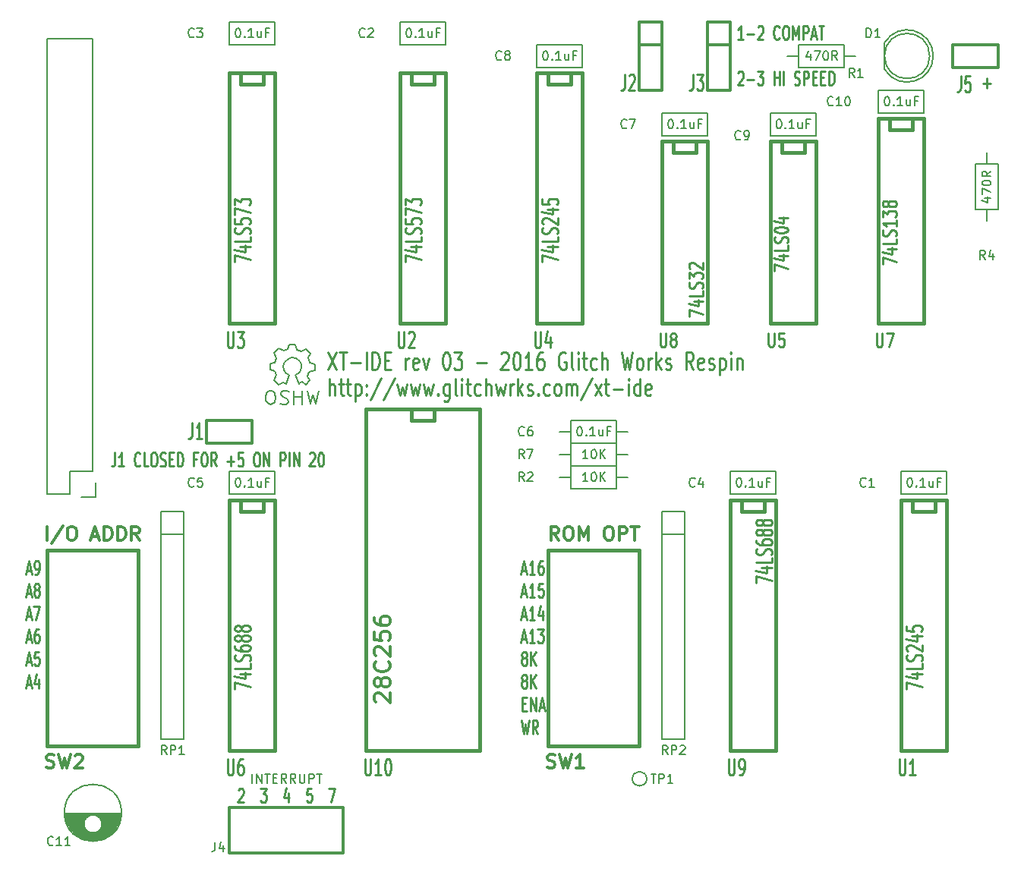
<source format=gto>
G04 #@! TF.FileFunction,Legend,Top*
%FSLAX46Y46*%
G04 Gerber Fmt 4.6, Leading zero omitted, Abs format (unit mm)*
G04 Created by KiCad (PCBNEW 4.0.0-stable) date Wed 25 May 2016 05:37:34 PM EDT*
%MOMM*%
G01*
G04 APERTURE LIST*
%ADD10C,0.150000*%
%ADD11C,0.254000*%
%ADD12C,0.381000*%
%ADD13C,0.304800*%
%ADD14C,0.285750*%
%ADD15C,0.269240*%
%ADD16C,0.203200*%
G04 APERTURE END LIST*
D10*
D11*
X185667953Y-43669857D02*
X186442048Y-43669857D01*
X186055000Y-44250429D02*
X186055000Y-43089286D01*
X112594571Y-73696286D02*
X113525905Y-75601286D01*
X113525905Y-73696286D02*
X112594571Y-75601286D01*
X113858524Y-73696286D02*
X114656809Y-73696286D01*
X114257666Y-75601286D02*
X114257666Y-73696286D01*
X115122476Y-74875571D02*
X116186857Y-74875571D01*
X116852095Y-75601286D02*
X116852095Y-73696286D01*
X117517333Y-75601286D02*
X117517333Y-73696286D01*
X117849952Y-73696286D01*
X118049524Y-73787000D01*
X118182571Y-73968429D01*
X118249095Y-74149857D01*
X118315619Y-74512714D01*
X118315619Y-74784857D01*
X118249095Y-75147714D01*
X118182571Y-75329143D01*
X118049524Y-75510571D01*
X117849952Y-75601286D01*
X117517333Y-75601286D01*
X118914333Y-74603429D02*
X119380000Y-74603429D01*
X119579571Y-75601286D02*
X118914333Y-75601286D01*
X118914333Y-73696286D01*
X119579571Y-73696286D01*
X121242666Y-75601286D02*
X121242666Y-74331286D01*
X121242666Y-74694143D02*
X121309190Y-74512714D01*
X121375714Y-74422000D01*
X121508761Y-74331286D01*
X121641809Y-74331286D01*
X122639667Y-75510571D02*
X122506619Y-75601286D01*
X122240524Y-75601286D01*
X122107476Y-75510571D01*
X122040952Y-75329143D01*
X122040952Y-74603429D01*
X122107476Y-74422000D01*
X122240524Y-74331286D01*
X122506619Y-74331286D01*
X122639667Y-74422000D01*
X122706190Y-74603429D01*
X122706190Y-74784857D01*
X122040952Y-74966286D01*
X123171857Y-74331286D02*
X123504476Y-75601286D01*
X123837096Y-74331286D01*
X125699762Y-73696286D02*
X125832810Y-73696286D01*
X125965858Y-73787000D01*
X126032381Y-73877714D01*
X126098905Y-74059143D01*
X126165429Y-74422000D01*
X126165429Y-74875571D01*
X126098905Y-75238429D01*
X126032381Y-75419857D01*
X125965858Y-75510571D01*
X125832810Y-75601286D01*
X125699762Y-75601286D01*
X125566715Y-75510571D01*
X125500191Y-75419857D01*
X125433667Y-75238429D01*
X125367143Y-74875571D01*
X125367143Y-74422000D01*
X125433667Y-74059143D01*
X125500191Y-73877714D01*
X125566715Y-73787000D01*
X125699762Y-73696286D01*
X126631095Y-73696286D02*
X127495905Y-73696286D01*
X127030238Y-74422000D01*
X127229810Y-74422000D01*
X127362857Y-74512714D01*
X127429381Y-74603429D01*
X127495905Y-74784857D01*
X127495905Y-75238429D01*
X127429381Y-75419857D01*
X127362857Y-75510571D01*
X127229810Y-75601286D01*
X126830667Y-75601286D01*
X126697619Y-75510571D01*
X126631095Y-75419857D01*
X129159000Y-74875571D02*
X130223381Y-74875571D01*
X131886476Y-73877714D02*
X131953000Y-73787000D01*
X132086048Y-73696286D01*
X132418667Y-73696286D01*
X132551714Y-73787000D01*
X132618238Y-73877714D01*
X132684762Y-74059143D01*
X132684762Y-74240571D01*
X132618238Y-74512714D01*
X131819952Y-75601286D01*
X132684762Y-75601286D01*
X133549571Y-73696286D02*
X133682619Y-73696286D01*
X133815667Y-73787000D01*
X133882190Y-73877714D01*
X133948714Y-74059143D01*
X134015238Y-74422000D01*
X134015238Y-74875571D01*
X133948714Y-75238429D01*
X133882190Y-75419857D01*
X133815667Y-75510571D01*
X133682619Y-75601286D01*
X133549571Y-75601286D01*
X133416524Y-75510571D01*
X133350000Y-75419857D01*
X133283476Y-75238429D01*
X133216952Y-74875571D01*
X133216952Y-74422000D01*
X133283476Y-74059143D01*
X133350000Y-73877714D01*
X133416524Y-73787000D01*
X133549571Y-73696286D01*
X135345714Y-75601286D02*
X134547428Y-75601286D01*
X134946571Y-75601286D02*
X134946571Y-73696286D01*
X134813523Y-73968429D01*
X134680476Y-74149857D01*
X134547428Y-74240571D01*
X136543142Y-73696286D02*
X136277047Y-73696286D01*
X136143999Y-73787000D01*
X136077476Y-73877714D01*
X135944428Y-74149857D01*
X135877904Y-74512714D01*
X135877904Y-75238429D01*
X135944428Y-75419857D01*
X136010952Y-75510571D01*
X136143999Y-75601286D01*
X136410095Y-75601286D01*
X136543142Y-75510571D01*
X136609666Y-75419857D01*
X136676190Y-75238429D01*
X136676190Y-74784857D01*
X136609666Y-74603429D01*
X136543142Y-74512714D01*
X136410095Y-74422000D01*
X136143999Y-74422000D01*
X136010952Y-74512714D01*
X135944428Y-74603429D01*
X135877904Y-74784857D01*
X139071047Y-73787000D02*
X138937999Y-73696286D01*
X138738428Y-73696286D01*
X138538856Y-73787000D01*
X138405809Y-73968429D01*
X138339285Y-74149857D01*
X138272761Y-74512714D01*
X138272761Y-74784857D01*
X138339285Y-75147714D01*
X138405809Y-75329143D01*
X138538856Y-75510571D01*
X138738428Y-75601286D01*
X138871476Y-75601286D01*
X139071047Y-75510571D01*
X139137571Y-75419857D01*
X139137571Y-74784857D01*
X138871476Y-74784857D01*
X139935856Y-75601286D02*
X139802809Y-75510571D01*
X139736285Y-75329143D01*
X139736285Y-73696286D01*
X140468047Y-75601286D02*
X140468047Y-74331286D01*
X140468047Y-73696286D02*
X140401523Y-73787000D01*
X140468047Y-73877714D01*
X140534571Y-73787000D01*
X140468047Y-73696286D01*
X140468047Y-73877714D01*
X140933714Y-74331286D02*
X141465904Y-74331286D01*
X141133285Y-73696286D02*
X141133285Y-75329143D01*
X141199809Y-75510571D01*
X141332856Y-75601286D01*
X141465904Y-75601286D01*
X142530285Y-75510571D02*
X142397238Y-75601286D01*
X142131142Y-75601286D01*
X141998095Y-75510571D01*
X141931571Y-75419857D01*
X141865047Y-75238429D01*
X141865047Y-74694143D01*
X141931571Y-74512714D01*
X141998095Y-74422000D01*
X142131142Y-74331286D01*
X142397238Y-74331286D01*
X142530285Y-74422000D01*
X143129000Y-75601286D02*
X143129000Y-73696286D01*
X143727714Y-75601286D02*
X143727714Y-74603429D01*
X143661191Y-74422000D01*
X143528143Y-74331286D01*
X143328571Y-74331286D01*
X143195524Y-74422000D01*
X143129000Y-74512714D01*
X145324285Y-73696286D02*
X145656904Y-75601286D01*
X145923000Y-74240571D01*
X146189095Y-75601286D01*
X146521714Y-73696286D01*
X147253475Y-75601286D02*
X147120428Y-75510571D01*
X147053904Y-75419857D01*
X146987380Y-75238429D01*
X146987380Y-74694143D01*
X147053904Y-74512714D01*
X147120428Y-74422000D01*
X147253475Y-74331286D01*
X147453047Y-74331286D01*
X147586095Y-74422000D01*
X147652618Y-74512714D01*
X147719142Y-74694143D01*
X147719142Y-75238429D01*
X147652618Y-75419857D01*
X147586095Y-75510571D01*
X147453047Y-75601286D01*
X147253475Y-75601286D01*
X148317856Y-75601286D02*
X148317856Y-74331286D01*
X148317856Y-74694143D02*
X148384380Y-74512714D01*
X148450904Y-74422000D01*
X148583951Y-74331286D01*
X148716999Y-74331286D01*
X149182666Y-75601286D02*
X149182666Y-73696286D01*
X149315714Y-74875571D02*
X149714857Y-75601286D01*
X149714857Y-74331286D02*
X149182666Y-75057000D01*
X150247047Y-75510571D02*
X150380095Y-75601286D01*
X150646190Y-75601286D01*
X150779238Y-75510571D01*
X150845762Y-75329143D01*
X150845762Y-75238429D01*
X150779238Y-75057000D01*
X150646190Y-74966286D01*
X150446619Y-74966286D01*
X150313571Y-74875571D01*
X150247047Y-74694143D01*
X150247047Y-74603429D01*
X150313571Y-74422000D01*
X150446619Y-74331286D01*
X150646190Y-74331286D01*
X150779238Y-74422000D01*
X153307143Y-75601286D02*
X152841476Y-74694143D01*
X152508857Y-75601286D02*
X152508857Y-73696286D01*
X153041048Y-73696286D01*
X153174095Y-73787000D01*
X153240619Y-73877714D01*
X153307143Y-74059143D01*
X153307143Y-74331286D01*
X153240619Y-74512714D01*
X153174095Y-74603429D01*
X153041048Y-74694143D01*
X152508857Y-74694143D01*
X154438048Y-75510571D02*
X154305000Y-75601286D01*
X154038905Y-75601286D01*
X153905857Y-75510571D01*
X153839333Y-75329143D01*
X153839333Y-74603429D01*
X153905857Y-74422000D01*
X154038905Y-74331286D01*
X154305000Y-74331286D01*
X154438048Y-74422000D01*
X154504571Y-74603429D01*
X154504571Y-74784857D01*
X153839333Y-74966286D01*
X155036762Y-75510571D02*
X155169810Y-75601286D01*
X155435905Y-75601286D01*
X155568953Y-75510571D01*
X155635477Y-75329143D01*
X155635477Y-75238429D01*
X155568953Y-75057000D01*
X155435905Y-74966286D01*
X155236334Y-74966286D01*
X155103286Y-74875571D01*
X155036762Y-74694143D01*
X155036762Y-74603429D01*
X155103286Y-74422000D01*
X155236334Y-74331286D01*
X155435905Y-74331286D01*
X155568953Y-74422000D01*
X156234191Y-74331286D02*
X156234191Y-76236286D01*
X156234191Y-74422000D02*
X156367239Y-74331286D01*
X156633334Y-74331286D01*
X156766382Y-74422000D01*
X156832905Y-74512714D01*
X156899429Y-74694143D01*
X156899429Y-75238429D01*
X156832905Y-75419857D01*
X156766382Y-75510571D01*
X156633334Y-75601286D01*
X156367239Y-75601286D01*
X156234191Y-75510571D01*
X157498143Y-75601286D02*
X157498143Y-74331286D01*
X157498143Y-73696286D02*
X157431619Y-73787000D01*
X157498143Y-73877714D01*
X157564667Y-73787000D01*
X157498143Y-73696286D01*
X157498143Y-73877714D01*
X158163381Y-74331286D02*
X158163381Y-75601286D01*
X158163381Y-74512714D02*
X158229905Y-74422000D01*
X158362952Y-74331286D01*
X158562524Y-74331286D01*
X158695572Y-74422000D01*
X158762095Y-74603429D01*
X158762095Y-75601286D01*
X112727619Y-78522286D02*
X112727619Y-76617286D01*
X113326333Y-78522286D02*
X113326333Y-77524429D01*
X113259810Y-77343000D01*
X113126762Y-77252286D01*
X112927190Y-77252286D01*
X112794143Y-77343000D01*
X112727619Y-77433714D01*
X113792000Y-77252286D02*
X114324190Y-77252286D01*
X113991571Y-76617286D02*
X113991571Y-78250143D01*
X114058095Y-78431571D01*
X114191142Y-78522286D01*
X114324190Y-78522286D01*
X114590286Y-77252286D02*
X115122476Y-77252286D01*
X114789857Y-76617286D02*
X114789857Y-78250143D01*
X114856381Y-78431571D01*
X114989428Y-78522286D01*
X115122476Y-78522286D01*
X115588143Y-77252286D02*
X115588143Y-79157286D01*
X115588143Y-77343000D02*
X115721191Y-77252286D01*
X115987286Y-77252286D01*
X116120334Y-77343000D01*
X116186857Y-77433714D01*
X116253381Y-77615143D01*
X116253381Y-78159429D01*
X116186857Y-78340857D01*
X116120334Y-78431571D01*
X115987286Y-78522286D01*
X115721191Y-78522286D01*
X115588143Y-78431571D01*
X116852095Y-78340857D02*
X116918619Y-78431571D01*
X116852095Y-78522286D01*
X116785571Y-78431571D01*
X116852095Y-78340857D01*
X116852095Y-78522286D01*
X116852095Y-77343000D02*
X116918619Y-77433714D01*
X116852095Y-77524429D01*
X116785571Y-77433714D01*
X116852095Y-77343000D01*
X116852095Y-77524429D01*
X118515190Y-76526571D02*
X117317762Y-78975857D01*
X119978714Y-76526571D02*
X118781286Y-78975857D01*
X120311333Y-77252286D02*
X120577429Y-78522286D01*
X120843524Y-77615143D01*
X121109619Y-78522286D01*
X121375714Y-77252286D01*
X121774857Y-77252286D02*
X122040953Y-78522286D01*
X122307048Y-77615143D01*
X122573143Y-78522286D01*
X122839238Y-77252286D01*
X123238381Y-77252286D02*
X123504477Y-78522286D01*
X123770572Y-77615143D01*
X124036667Y-78522286D01*
X124302762Y-77252286D01*
X124834953Y-78340857D02*
X124901477Y-78431571D01*
X124834953Y-78522286D01*
X124768429Y-78431571D01*
X124834953Y-78340857D01*
X124834953Y-78522286D01*
X126098905Y-77252286D02*
X126098905Y-78794429D01*
X126032382Y-78975857D01*
X125965858Y-79066571D01*
X125832810Y-79157286D01*
X125633239Y-79157286D01*
X125500191Y-79066571D01*
X126098905Y-78431571D02*
X125965858Y-78522286D01*
X125699762Y-78522286D01*
X125566715Y-78431571D01*
X125500191Y-78340857D01*
X125433667Y-78159429D01*
X125433667Y-77615143D01*
X125500191Y-77433714D01*
X125566715Y-77343000D01*
X125699762Y-77252286D01*
X125965858Y-77252286D01*
X126098905Y-77343000D01*
X126963714Y-78522286D02*
X126830667Y-78431571D01*
X126764143Y-78250143D01*
X126764143Y-76617286D01*
X127495905Y-78522286D02*
X127495905Y-77252286D01*
X127495905Y-76617286D02*
X127429381Y-76708000D01*
X127495905Y-76798714D01*
X127562429Y-76708000D01*
X127495905Y-76617286D01*
X127495905Y-76798714D01*
X127961572Y-77252286D02*
X128493762Y-77252286D01*
X128161143Y-76617286D02*
X128161143Y-78250143D01*
X128227667Y-78431571D01*
X128360714Y-78522286D01*
X128493762Y-78522286D01*
X129558143Y-78431571D02*
X129425096Y-78522286D01*
X129159000Y-78522286D01*
X129025953Y-78431571D01*
X128959429Y-78340857D01*
X128892905Y-78159429D01*
X128892905Y-77615143D01*
X128959429Y-77433714D01*
X129025953Y-77343000D01*
X129159000Y-77252286D01*
X129425096Y-77252286D01*
X129558143Y-77343000D01*
X130156858Y-78522286D02*
X130156858Y-76617286D01*
X130755572Y-78522286D02*
X130755572Y-77524429D01*
X130689049Y-77343000D01*
X130556001Y-77252286D01*
X130356429Y-77252286D01*
X130223382Y-77343000D01*
X130156858Y-77433714D01*
X131287762Y-77252286D02*
X131553858Y-78522286D01*
X131819953Y-77615143D01*
X132086048Y-78522286D01*
X132352143Y-77252286D01*
X132884334Y-78522286D02*
X132884334Y-77252286D01*
X132884334Y-77615143D02*
X132950858Y-77433714D01*
X133017382Y-77343000D01*
X133150429Y-77252286D01*
X133283477Y-77252286D01*
X133749144Y-78522286D02*
X133749144Y-76617286D01*
X133882192Y-77796571D02*
X134281335Y-78522286D01*
X134281335Y-77252286D02*
X133749144Y-77978000D01*
X134813525Y-78431571D02*
X134946573Y-78522286D01*
X135212668Y-78522286D01*
X135345716Y-78431571D01*
X135412240Y-78250143D01*
X135412240Y-78159429D01*
X135345716Y-77978000D01*
X135212668Y-77887286D01*
X135013097Y-77887286D01*
X134880049Y-77796571D01*
X134813525Y-77615143D01*
X134813525Y-77524429D01*
X134880049Y-77343000D01*
X135013097Y-77252286D01*
X135212668Y-77252286D01*
X135345716Y-77343000D01*
X136010954Y-78340857D02*
X136077478Y-78431571D01*
X136010954Y-78522286D01*
X135944430Y-78431571D01*
X136010954Y-78340857D01*
X136010954Y-78522286D01*
X137274906Y-78431571D02*
X137141859Y-78522286D01*
X136875763Y-78522286D01*
X136742716Y-78431571D01*
X136676192Y-78340857D01*
X136609668Y-78159429D01*
X136609668Y-77615143D01*
X136676192Y-77433714D01*
X136742716Y-77343000D01*
X136875763Y-77252286D01*
X137141859Y-77252286D01*
X137274906Y-77343000D01*
X138073192Y-78522286D02*
X137940145Y-78431571D01*
X137873621Y-78340857D01*
X137807097Y-78159429D01*
X137807097Y-77615143D01*
X137873621Y-77433714D01*
X137940145Y-77343000D01*
X138073192Y-77252286D01*
X138272764Y-77252286D01*
X138405812Y-77343000D01*
X138472335Y-77433714D01*
X138538859Y-77615143D01*
X138538859Y-78159429D01*
X138472335Y-78340857D01*
X138405812Y-78431571D01*
X138272764Y-78522286D01*
X138073192Y-78522286D01*
X139137573Y-78522286D02*
X139137573Y-77252286D01*
X139137573Y-77433714D02*
X139204097Y-77343000D01*
X139337144Y-77252286D01*
X139536716Y-77252286D01*
X139669764Y-77343000D01*
X139736287Y-77524429D01*
X139736287Y-78522286D01*
X139736287Y-77524429D02*
X139802811Y-77343000D01*
X139935859Y-77252286D01*
X140135430Y-77252286D01*
X140268478Y-77343000D01*
X140335002Y-77524429D01*
X140335002Y-78522286D01*
X141998097Y-76526571D02*
X140800669Y-78975857D01*
X142330716Y-78522286D02*
X143062478Y-77252286D01*
X142330716Y-77252286D02*
X143062478Y-78522286D01*
X143395098Y-77252286D02*
X143927288Y-77252286D01*
X143594669Y-76617286D02*
X143594669Y-78250143D01*
X143661193Y-78431571D01*
X143794240Y-78522286D01*
X143927288Y-78522286D01*
X144392955Y-77796571D02*
X145457336Y-77796571D01*
X146122574Y-78522286D02*
X146122574Y-77252286D01*
X146122574Y-76617286D02*
X146056050Y-76708000D01*
X146122574Y-76798714D01*
X146189098Y-76708000D01*
X146122574Y-76617286D01*
X146122574Y-76798714D01*
X147386526Y-78522286D02*
X147386526Y-76617286D01*
X147386526Y-78431571D02*
X147253479Y-78522286D01*
X146987383Y-78522286D01*
X146854336Y-78431571D01*
X146787812Y-78340857D01*
X146721288Y-78159429D01*
X146721288Y-77615143D01*
X146787812Y-77433714D01*
X146854336Y-77343000D01*
X146987383Y-77252286D01*
X147253479Y-77252286D01*
X147386526Y-77343000D01*
X148583955Y-78431571D02*
X148450907Y-78522286D01*
X148184812Y-78522286D01*
X148051764Y-78431571D01*
X147985240Y-78250143D01*
X147985240Y-77524429D01*
X148051764Y-77343000D01*
X148184812Y-77252286D01*
X148450907Y-77252286D01*
X148583955Y-77343000D01*
X148650478Y-77524429D01*
X148650478Y-77705857D01*
X147985240Y-77887286D01*
X88797190Y-84890429D02*
X88797190Y-85979000D01*
X88748810Y-86196714D01*
X88652048Y-86341857D01*
X88506905Y-86414429D01*
X88410143Y-86414429D01*
X89813190Y-86414429D02*
X89232619Y-86414429D01*
X89522905Y-86414429D02*
X89522905Y-84890429D01*
X89426143Y-85108143D01*
X89329381Y-85253286D01*
X89232619Y-85325857D01*
X91603285Y-86269286D02*
X91554904Y-86341857D01*
X91409761Y-86414429D01*
X91312999Y-86414429D01*
X91167857Y-86341857D01*
X91071095Y-86196714D01*
X91022714Y-86051571D01*
X90974333Y-85761286D01*
X90974333Y-85543571D01*
X91022714Y-85253286D01*
X91071095Y-85108143D01*
X91167857Y-84963000D01*
X91312999Y-84890429D01*
X91409761Y-84890429D01*
X91554904Y-84963000D01*
X91603285Y-85035571D01*
X92522523Y-86414429D02*
X92038714Y-86414429D01*
X92038714Y-84890429D01*
X93054714Y-84890429D02*
X93248237Y-84890429D01*
X93344999Y-84963000D01*
X93441761Y-85108143D01*
X93490142Y-85398429D01*
X93490142Y-85906429D01*
X93441761Y-86196714D01*
X93344999Y-86341857D01*
X93248237Y-86414429D01*
X93054714Y-86414429D01*
X92957952Y-86341857D01*
X92861190Y-86196714D01*
X92812809Y-85906429D01*
X92812809Y-85398429D01*
X92861190Y-85108143D01*
X92957952Y-84963000D01*
X93054714Y-84890429D01*
X93877190Y-86341857D02*
X94022333Y-86414429D01*
X94264237Y-86414429D01*
X94360999Y-86341857D01*
X94409380Y-86269286D01*
X94457761Y-86124143D01*
X94457761Y-85979000D01*
X94409380Y-85833857D01*
X94360999Y-85761286D01*
X94264237Y-85688714D01*
X94070714Y-85616143D01*
X93973952Y-85543571D01*
X93925571Y-85471000D01*
X93877190Y-85325857D01*
X93877190Y-85180714D01*
X93925571Y-85035571D01*
X93973952Y-84963000D01*
X94070714Y-84890429D01*
X94312618Y-84890429D01*
X94457761Y-84963000D01*
X94893190Y-85616143D02*
X95231856Y-85616143D01*
X95376999Y-86414429D02*
X94893190Y-86414429D01*
X94893190Y-84890429D01*
X95376999Y-84890429D01*
X95812428Y-86414429D02*
X95812428Y-84890429D01*
X96054333Y-84890429D01*
X96199475Y-84963000D01*
X96296237Y-85108143D01*
X96344618Y-85253286D01*
X96392999Y-85543571D01*
X96392999Y-85761286D01*
X96344618Y-86051571D01*
X96296237Y-86196714D01*
X96199475Y-86341857D01*
X96054333Y-86414429D01*
X95812428Y-86414429D01*
X97941189Y-85616143D02*
X97602523Y-85616143D01*
X97602523Y-86414429D02*
X97602523Y-84890429D01*
X98086332Y-84890429D01*
X98666904Y-84890429D02*
X98860427Y-84890429D01*
X98957189Y-84963000D01*
X99053951Y-85108143D01*
X99102332Y-85398429D01*
X99102332Y-85906429D01*
X99053951Y-86196714D01*
X98957189Y-86341857D01*
X98860427Y-86414429D01*
X98666904Y-86414429D01*
X98570142Y-86341857D01*
X98473380Y-86196714D01*
X98424999Y-85906429D01*
X98424999Y-85398429D01*
X98473380Y-85108143D01*
X98570142Y-84963000D01*
X98666904Y-84890429D01*
X100118332Y-86414429D02*
X99779666Y-85688714D01*
X99537761Y-86414429D02*
X99537761Y-84890429D01*
X99924808Y-84890429D01*
X100021570Y-84963000D01*
X100069951Y-85035571D01*
X100118332Y-85180714D01*
X100118332Y-85398429D01*
X100069951Y-85543571D01*
X100021570Y-85616143D01*
X99924808Y-85688714D01*
X99537761Y-85688714D01*
X101327856Y-85833857D02*
X102101951Y-85833857D01*
X101714903Y-86414429D02*
X101714903Y-85253286D01*
X103069570Y-84890429D02*
X102585761Y-84890429D01*
X102537380Y-85616143D01*
X102585761Y-85543571D01*
X102682523Y-85471000D01*
X102924427Y-85471000D01*
X103021189Y-85543571D01*
X103069570Y-85616143D01*
X103117951Y-85761286D01*
X103117951Y-86124143D01*
X103069570Y-86269286D01*
X103021189Y-86341857D01*
X102924427Y-86414429D01*
X102682523Y-86414429D01*
X102585761Y-86341857D01*
X102537380Y-86269286D01*
X104520999Y-84890429D02*
X104714522Y-84890429D01*
X104811284Y-84963000D01*
X104908046Y-85108143D01*
X104956427Y-85398429D01*
X104956427Y-85906429D01*
X104908046Y-86196714D01*
X104811284Y-86341857D01*
X104714522Y-86414429D01*
X104520999Y-86414429D01*
X104424237Y-86341857D01*
X104327475Y-86196714D01*
X104279094Y-85906429D01*
X104279094Y-85398429D01*
X104327475Y-85108143D01*
X104424237Y-84963000D01*
X104520999Y-84890429D01*
X105391856Y-86414429D02*
X105391856Y-84890429D01*
X105972427Y-86414429D01*
X105972427Y-84890429D01*
X107230332Y-86414429D02*
X107230332Y-84890429D01*
X107617379Y-84890429D01*
X107714141Y-84963000D01*
X107762522Y-85035571D01*
X107810903Y-85180714D01*
X107810903Y-85398429D01*
X107762522Y-85543571D01*
X107714141Y-85616143D01*
X107617379Y-85688714D01*
X107230332Y-85688714D01*
X108246332Y-86414429D02*
X108246332Y-84890429D01*
X108730142Y-86414429D02*
X108730142Y-84890429D01*
X109310713Y-86414429D01*
X109310713Y-84890429D01*
X110520237Y-85035571D02*
X110568618Y-84963000D01*
X110665380Y-84890429D01*
X110907284Y-84890429D01*
X111004046Y-84963000D01*
X111052427Y-85035571D01*
X111100808Y-85180714D01*
X111100808Y-85325857D01*
X111052427Y-85543571D01*
X110471856Y-86414429D01*
X111100808Y-86414429D01*
X111729761Y-84890429D02*
X111826522Y-84890429D01*
X111923284Y-84963000D01*
X111971665Y-85035571D01*
X112020046Y-85180714D01*
X112068427Y-85471000D01*
X112068427Y-85833857D01*
X112020046Y-86124143D01*
X111971665Y-86269286D01*
X111923284Y-86341857D01*
X111826522Y-86414429D01*
X111729761Y-86414429D01*
X111632999Y-86341857D01*
X111584618Y-86269286D01*
X111536237Y-86124143D01*
X111487856Y-85833857D01*
X111487856Y-85471000D01*
X111536237Y-85180714D01*
X111584618Y-85035571D01*
X111632999Y-84963000D01*
X111729761Y-84890429D01*
X158308524Y-42490571D02*
X158356905Y-42418000D01*
X158453667Y-42345429D01*
X158695571Y-42345429D01*
X158792333Y-42418000D01*
X158840714Y-42490571D01*
X158889095Y-42635714D01*
X158889095Y-42780857D01*
X158840714Y-42998571D01*
X158260143Y-43869429D01*
X158889095Y-43869429D01*
X159324524Y-43288857D02*
X160098619Y-43288857D01*
X160485667Y-42345429D02*
X161114619Y-42345429D01*
X160775953Y-42926000D01*
X160921095Y-42926000D01*
X161017857Y-42998571D01*
X161066238Y-43071143D01*
X161114619Y-43216286D01*
X161114619Y-43579143D01*
X161066238Y-43724286D01*
X161017857Y-43796857D01*
X160921095Y-43869429D01*
X160630810Y-43869429D01*
X160534048Y-43796857D01*
X160485667Y-43724286D01*
X162324143Y-43869429D02*
X162324143Y-42345429D01*
X162324143Y-43071143D02*
X162904714Y-43071143D01*
X162904714Y-43869429D02*
X162904714Y-42345429D01*
X163388524Y-43869429D02*
X163388524Y-42345429D01*
X164598048Y-43796857D02*
X164743191Y-43869429D01*
X164985095Y-43869429D01*
X165081857Y-43796857D01*
X165130238Y-43724286D01*
X165178619Y-43579143D01*
X165178619Y-43434000D01*
X165130238Y-43288857D01*
X165081857Y-43216286D01*
X164985095Y-43143714D01*
X164791572Y-43071143D01*
X164694810Y-42998571D01*
X164646429Y-42926000D01*
X164598048Y-42780857D01*
X164598048Y-42635714D01*
X164646429Y-42490571D01*
X164694810Y-42418000D01*
X164791572Y-42345429D01*
X165033476Y-42345429D01*
X165178619Y-42418000D01*
X165614048Y-43869429D02*
X165614048Y-42345429D01*
X166001095Y-42345429D01*
X166097857Y-42418000D01*
X166146238Y-42490571D01*
X166194619Y-42635714D01*
X166194619Y-42853429D01*
X166146238Y-42998571D01*
X166097857Y-43071143D01*
X166001095Y-43143714D01*
X165614048Y-43143714D01*
X166630048Y-43071143D02*
X166968714Y-43071143D01*
X167113857Y-43869429D02*
X166630048Y-43869429D01*
X166630048Y-42345429D01*
X167113857Y-42345429D01*
X167549286Y-43071143D02*
X167887952Y-43071143D01*
X168033095Y-43869429D02*
X167549286Y-43869429D01*
X167549286Y-42345429D01*
X168033095Y-42345429D01*
X168468524Y-43869429D02*
X168468524Y-42345429D01*
X168710429Y-42345429D01*
X168855571Y-42418000D01*
X168952333Y-42563143D01*
X169000714Y-42708286D01*
X169049095Y-42998571D01*
X169049095Y-43216286D01*
X169000714Y-43506571D01*
X168952333Y-43651714D01*
X168855571Y-43796857D01*
X168710429Y-43869429D01*
X168468524Y-43869429D01*
X158889095Y-38789429D02*
X158308524Y-38789429D01*
X158598810Y-38789429D02*
X158598810Y-37265429D01*
X158502048Y-37483143D01*
X158405286Y-37628286D01*
X158308524Y-37700857D01*
X159324524Y-38208857D02*
X160098619Y-38208857D01*
X160534048Y-37410571D02*
X160582429Y-37338000D01*
X160679191Y-37265429D01*
X160921095Y-37265429D01*
X161017857Y-37338000D01*
X161066238Y-37410571D01*
X161114619Y-37555714D01*
X161114619Y-37700857D01*
X161066238Y-37918571D01*
X160485667Y-38789429D01*
X161114619Y-38789429D01*
X162904714Y-38644286D02*
X162856333Y-38716857D01*
X162711190Y-38789429D01*
X162614428Y-38789429D01*
X162469286Y-38716857D01*
X162372524Y-38571714D01*
X162324143Y-38426571D01*
X162275762Y-38136286D01*
X162275762Y-37918571D01*
X162324143Y-37628286D01*
X162372524Y-37483143D01*
X162469286Y-37338000D01*
X162614428Y-37265429D01*
X162711190Y-37265429D01*
X162856333Y-37338000D01*
X162904714Y-37410571D01*
X163533667Y-37265429D02*
X163727190Y-37265429D01*
X163823952Y-37338000D01*
X163920714Y-37483143D01*
X163969095Y-37773429D01*
X163969095Y-38281429D01*
X163920714Y-38571714D01*
X163823952Y-38716857D01*
X163727190Y-38789429D01*
X163533667Y-38789429D01*
X163436905Y-38716857D01*
X163340143Y-38571714D01*
X163291762Y-38281429D01*
X163291762Y-37773429D01*
X163340143Y-37483143D01*
X163436905Y-37338000D01*
X163533667Y-37265429D01*
X164404524Y-38789429D02*
X164404524Y-37265429D01*
X164743190Y-38354000D01*
X165081857Y-37265429D01*
X165081857Y-38789429D01*
X165565667Y-38789429D02*
X165565667Y-37265429D01*
X165952714Y-37265429D01*
X166049476Y-37338000D01*
X166097857Y-37410571D01*
X166146238Y-37555714D01*
X166146238Y-37773429D01*
X166097857Y-37918571D01*
X166049476Y-37991143D01*
X165952714Y-38063714D01*
X165565667Y-38063714D01*
X166533286Y-38354000D02*
X167017095Y-38354000D01*
X166436524Y-38789429D02*
X166775191Y-37265429D01*
X167113857Y-38789429D01*
X167307381Y-37265429D02*
X167887952Y-37265429D01*
X167597667Y-38789429D02*
X167597667Y-37265429D01*
X134372048Y-110308571D02*
X134275286Y-110236000D01*
X134226905Y-110163429D01*
X134178524Y-110018286D01*
X134178524Y-109945714D01*
X134226905Y-109800571D01*
X134275286Y-109728000D01*
X134372048Y-109655429D01*
X134565571Y-109655429D01*
X134662333Y-109728000D01*
X134710714Y-109800571D01*
X134759095Y-109945714D01*
X134759095Y-110018286D01*
X134710714Y-110163429D01*
X134662333Y-110236000D01*
X134565571Y-110308571D01*
X134372048Y-110308571D01*
X134275286Y-110381143D01*
X134226905Y-110453714D01*
X134178524Y-110598857D01*
X134178524Y-110889143D01*
X134226905Y-111034286D01*
X134275286Y-111106857D01*
X134372048Y-111179429D01*
X134565571Y-111179429D01*
X134662333Y-111106857D01*
X134710714Y-111034286D01*
X134759095Y-110889143D01*
X134759095Y-110598857D01*
X134710714Y-110453714D01*
X134662333Y-110381143D01*
X134565571Y-110308571D01*
X135194524Y-111179429D02*
X135194524Y-109655429D01*
X135775095Y-111179429D02*
X135339667Y-110308571D01*
X135775095Y-109655429D02*
X135194524Y-110526286D01*
X134372048Y-107768571D02*
X134275286Y-107696000D01*
X134226905Y-107623429D01*
X134178524Y-107478286D01*
X134178524Y-107405714D01*
X134226905Y-107260571D01*
X134275286Y-107188000D01*
X134372048Y-107115429D01*
X134565571Y-107115429D01*
X134662333Y-107188000D01*
X134710714Y-107260571D01*
X134759095Y-107405714D01*
X134759095Y-107478286D01*
X134710714Y-107623429D01*
X134662333Y-107696000D01*
X134565571Y-107768571D01*
X134372048Y-107768571D01*
X134275286Y-107841143D01*
X134226905Y-107913714D01*
X134178524Y-108058857D01*
X134178524Y-108349143D01*
X134226905Y-108494286D01*
X134275286Y-108566857D01*
X134372048Y-108639429D01*
X134565571Y-108639429D01*
X134662333Y-108566857D01*
X134710714Y-108494286D01*
X134759095Y-108349143D01*
X134759095Y-108058857D01*
X134710714Y-107913714D01*
X134662333Y-107841143D01*
X134565571Y-107768571D01*
X135194524Y-108639429D02*
X135194524Y-107115429D01*
X135775095Y-108639429D02*
X135339667Y-107768571D01*
X135775095Y-107115429D02*
X135194524Y-107986286D01*
X134178524Y-105664000D02*
X134662333Y-105664000D01*
X134081762Y-106099429D02*
X134420429Y-104575429D01*
X134759095Y-106099429D01*
X135629952Y-106099429D02*
X135049381Y-106099429D01*
X135339667Y-106099429D02*
X135339667Y-104575429D01*
X135242905Y-104793143D01*
X135146143Y-104938286D01*
X135049381Y-105010857D01*
X135968619Y-104575429D02*
X136597571Y-104575429D01*
X136258905Y-105156000D01*
X136404047Y-105156000D01*
X136500809Y-105228571D01*
X136549190Y-105301143D01*
X136597571Y-105446286D01*
X136597571Y-105809143D01*
X136549190Y-105954286D01*
X136500809Y-106026857D01*
X136404047Y-106099429D01*
X136113762Y-106099429D01*
X136017000Y-106026857D01*
X135968619Y-105954286D01*
X134178524Y-103124000D02*
X134662333Y-103124000D01*
X134081762Y-103559429D02*
X134420429Y-102035429D01*
X134759095Y-103559429D01*
X135629952Y-103559429D02*
X135049381Y-103559429D01*
X135339667Y-103559429D02*
X135339667Y-102035429D01*
X135242905Y-102253143D01*
X135146143Y-102398286D01*
X135049381Y-102470857D01*
X136500809Y-102543429D02*
X136500809Y-103559429D01*
X136258905Y-101962857D02*
X136017000Y-103051429D01*
X136645952Y-103051429D01*
X134178524Y-100584000D02*
X134662333Y-100584000D01*
X134081762Y-101019429D02*
X134420429Y-99495429D01*
X134759095Y-101019429D01*
X135629952Y-101019429D02*
X135049381Y-101019429D01*
X135339667Y-101019429D02*
X135339667Y-99495429D01*
X135242905Y-99713143D01*
X135146143Y-99858286D01*
X135049381Y-99930857D01*
X136549190Y-99495429D02*
X136065381Y-99495429D01*
X136017000Y-100221143D01*
X136065381Y-100148571D01*
X136162143Y-100076000D01*
X136404047Y-100076000D01*
X136500809Y-100148571D01*
X136549190Y-100221143D01*
X136597571Y-100366286D01*
X136597571Y-100729143D01*
X136549190Y-100874286D01*
X136500809Y-100946857D01*
X136404047Y-101019429D01*
X136162143Y-101019429D01*
X136065381Y-100946857D01*
X136017000Y-100874286D01*
X134178524Y-98044000D02*
X134662333Y-98044000D01*
X134081762Y-98479429D02*
X134420429Y-96955429D01*
X134759095Y-98479429D01*
X135629952Y-98479429D02*
X135049381Y-98479429D01*
X135339667Y-98479429D02*
X135339667Y-96955429D01*
X135242905Y-97173143D01*
X135146143Y-97318286D01*
X135049381Y-97390857D01*
X136500809Y-96955429D02*
X136307286Y-96955429D01*
X136210524Y-97028000D01*
X136162143Y-97100571D01*
X136065381Y-97318286D01*
X136017000Y-97608571D01*
X136017000Y-98189143D01*
X136065381Y-98334286D01*
X136113762Y-98406857D01*
X136210524Y-98479429D01*
X136404047Y-98479429D01*
X136500809Y-98406857D01*
X136549190Y-98334286D01*
X136597571Y-98189143D01*
X136597571Y-97826286D01*
X136549190Y-97681143D01*
X136500809Y-97608571D01*
X136404047Y-97536000D01*
X136210524Y-97536000D01*
X136113762Y-97608571D01*
X136065381Y-97681143D01*
X136017000Y-97826286D01*
X134226905Y-112921143D02*
X134565571Y-112921143D01*
X134710714Y-113719429D02*
X134226905Y-113719429D01*
X134226905Y-112195429D01*
X134710714Y-112195429D01*
X135146143Y-113719429D02*
X135146143Y-112195429D01*
X135726714Y-113719429D01*
X135726714Y-112195429D01*
X136162143Y-113284000D02*
X136645952Y-113284000D01*
X136065381Y-113719429D02*
X136404048Y-112195429D01*
X136742714Y-113719429D01*
X134130143Y-114735429D02*
X134372048Y-116259429D01*
X134565571Y-115170857D01*
X134759095Y-116259429D01*
X135001000Y-114735429D01*
X135968619Y-116259429D02*
X135629953Y-115533714D01*
X135388048Y-116259429D02*
X135388048Y-114735429D01*
X135775095Y-114735429D01*
X135871857Y-114808000D01*
X135920238Y-114880571D01*
X135968619Y-115025714D01*
X135968619Y-115243429D01*
X135920238Y-115388571D01*
X135871857Y-115461143D01*
X135775095Y-115533714D01*
X135388048Y-115533714D01*
X78933524Y-110744000D02*
X79417333Y-110744000D01*
X78836762Y-111179429D02*
X79175429Y-109655429D01*
X79514095Y-111179429D01*
X80288190Y-110163429D02*
X80288190Y-111179429D01*
X80046286Y-109582857D02*
X79804381Y-110671429D01*
X80433333Y-110671429D01*
X78933524Y-108204000D02*
X79417333Y-108204000D01*
X78836762Y-108639429D02*
X79175429Y-107115429D01*
X79514095Y-108639429D01*
X80336571Y-107115429D02*
X79852762Y-107115429D01*
X79804381Y-107841143D01*
X79852762Y-107768571D01*
X79949524Y-107696000D01*
X80191428Y-107696000D01*
X80288190Y-107768571D01*
X80336571Y-107841143D01*
X80384952Y-107986286D01*
X80384952Y-108349143D01*
X80336571Y-108494286D01*
X80288190Y-108566857D01*
X80191428Y-108639429D01*
X79949524Y-108639429D01*
X79852762Y-108566857D01*
X79804381Y-108494286D01*
X78933524Y-105664000D02*
X79417333Y-105664000D01*
X78836762Y-106099429D02*
X79175429Y-104575429D01*
X79514095Y-106099429D01*
X80288190Y-104575429D02*
X80094667Y-104575429D01*
X79997905Y-104648000D01*
X79949524Y-104720571D01*
X79852762Y-104938286D01*
X79804381Y-105228571D01*
X79804381Y-105809143D01*
X79852762Y-105954286D01*
X79901143Y-106026857D01*
X79997905Y-106099429D01*
X80191428Y-106099429D01*
X80288190Y-106026857D01*
X80336571Y-105954286D01*
X80384952Y-105809143D01*
X80384952Y-105446286D01*
X80336571Y-105301143D01*
X80288190Y-105228571D01*
X80191428Y-105156000D01*
X79997905Y-105156000D01*
X79901143Y-105228571D01*
X79852762Y-105301143D01*
X79804381Y-105446286D01*
X78933524Y-103124000D02*
X79417333Y-103124000D01*
X78836762Y-103559429D02*
X79175429Y-102035429D01*
X79514095Y-103559429D01*
X79756000Y-102035429D02*
X80433333Y-102035429D01*
X79997905Y-103559429D01*
X78933524Y-100584000D02*
X79417333Y-100584000D01*
X78836762Y-101019429D02*
X79175429Y-99495429D01*
X79514095Y-101019429D01*
X79997905Y-100148571D02*
X79901143Y-100076000D01*
X79852762Y-100003429D01*
X79804381Y-99858286D01*
X79804381Y-99785714D01*
X79852762Y-99640571D01*
X79901143Y-99568000D01*
X79997905Y-99495429D01*
X80191428Y-99495429D01*
X80288190Y-99568000D01*
X80336571Y-99640571D01*
X80384952Y-99785714D01*
X80384952Y-99858286D01*
X80336571Y-100003429D01*
X80288190Y-100076000D01*
X80191428Y-100148571D01*
X79997905Y-100148571D01*
X79901143Y-100221143D01*
X79852762Y-100293714D01*
X79804381Y-100438857D01*
X79804381Y-100729143D01*
X79852762Y-100874286D01*
X79901143Y-100946857D01*
X79997905Y-101019429D01*
X80191428Y-101019429D01*
X80288190Y-100946857D01*
X80336571Y-100874286D01*
X80384952Y-100729143D01*
X80384952Y-100438857D01*
X80336571Y-100293714D01*
X80288190Y-100221143D01*
X80191428Y-100148571D01*
X78933524Y-98044000D02*
X79417333Y-98044000D01*
X78836762Y-98479429D02*
X79175429Y-96955429D01*
X79514095Y-98479429D01*
X79901143Y-98479429D02*
X80094667Y-98479429D01*
X80191428Y-98406857D01*
X80239809Y-98334286D01*
X80336571Y-98116571D01*
X80384952Y-97826286D01*
X80384952Y-97245714D01*
X80336571Y-97100571D01*
X80288190Y-97028000D01*
X80191428Y-96955429D01*
X79997905Y-96955429D01*
X79901143Y-97028000D01*
X79852762Y-97100571D01*
X79804381Y-97245714D01*
X79804381Y-97608571D01*
X79852762Y-97753714D01*
X79901143Y-97826286D01*
X79997905Y-97898857D01*
X80191428Y-97898857D01*
X80288190Y-97826286D01*
X80336571Y-97753714D01*
X80384952Y-97608571D01*
X102579715Y-122500571D02*
X102628096Y-122428000D01*
X102724858Y-122355429D01*
X102966762Y-122355429D01*
X103063524Y-122428000D01*
X103111905Y-122500571D01*
X103160286Y-122645714D01*
X103160286Y-122790857D01*
X103111905Y-123008571D01*
X102531334Y-123879429D01*
X103160286Y-123879429D01*
X112691334Y-122355429D02*
X113368667Y-122355429D01*
X112933239Y-123879429D01*
X110731905Y-122355429D02*
X110248096Y-122355429D01*
X110199715Y-123081143D01*
X110248096Y-123008571D01*
X110344858Y-122936000D01*
X110586762Y-122936000D01*
X110683524Y-123008571D01*
X110731905Y-123081143D01*
X110780286Y-123226286D01*
X110780286Y-123589143D01*
X110731905Y-123734286D01*
X110683524Y-123806857D01*
X110586762Y-123879429D01*
X110344858Y-123879429D01*
X110248096Y-123806857D01*
X110199715Y-123734286D01*
X108143524Y-122863429D02*
X108143524Y-123879429D01*
X107901620Y-122282857D02*
X107659715Y-123371429D01*
X108288667Y-123371429D01*
X105071334Y-122355429D02*
X105700286Y-122355429D01*
X105361620Y-122936000D01*
X105506762Y-122936000D01*
X105603524Y-123008571D01*
X105651905Y-123081143D01*
X105700286Y-123226286D01*
X105700286Y-123589143D01*
X105651905Y-123734286D01*
X105603524Y-123806857D01*
X105506762Y-123879429D01*
X105216477Y-123879429D01*
X105119715Y-123806857D01*
X105071334Y-123734286D01*
D10*
X176530000Y-86995000D02*
X181610000Y-86995000D01*
X181610000Y-86995000D02*
X181610000Y-89535000D01*
X181610000Y-89535000D02*
X176530000Y-89535000D01*
X176530000Y-89535000D02*
X176530000Y-86995000D01*
X120650000Y-36830000D02*
X125730000Y-36830000D01*
X125730000Y-36830000D02*
X125730000Y-39370000D01*
X125730000Y-39370000D02*
X120650000Y-39370000D01*
X120650000Y-39370000D02*
X120650000Y-36830000D01*
X106680000Y-39370000D02*
X101600000Y-39370000D01*
X101600000Y-39370000D02*
X101600000Y-36830000D01*
X101600000Y-36830000D02*
X106680000Y-36830000D01*
X106680000Y-36830000D02*
X106680000Y-39370000D01*
X162560000Y-89535000D02*
X157480000Y-89535000D01*
X157480000Y-89535000D02*
X157480000Y-86995000D01*
X157480000Y-86995000D02*
X162560000Y-86995000D01*
X162560000Y-86995000D02*
X162560000Y-89535000D01*
X106680000Y-89535000D02*
X101600000Y-89535000D01*
X101600000Y-89535000D02*
X101600000Y-86995000D01*
X101600000Y-86995000D02*
X106680000Y-86995000D01*
X106680000Y-86995000D02*
X106680000Y-89535000D01*
X154940000Y-49530000D02*
X149860000Y-49530000D01*
X149860000Y-49530000D02*
X149860000Y-46990000D01*
X149860000Y-46990000D02*
X154940000Y-46990000D01*
X154940000Y-46990000D02*
X154940000Y-49530000D01*
X140970000Y-41910000D02*
X135890000Y-41910000D01*
X135890000Y-41910000D02*
X135890000Y-39370000D01*
X135890000Y-39370000D02*
X140970000Y-39370000D01*
X140970000Y-39370000D02*
X140970000Y-41910000D01*
X167005000Y-49530000D02*
X161925000Y-49530000D01*
X161925000Y-49530000D02*
X161925000Y-46990000D01*
X161925000Y-46990000D02*
X167005000Y-46990000D01*
X167005000Y-46990000D02*
X167005000Y-49530000D01*
X173990000Y-44450000D02*
X179070000Y-44450000D01*
X179070000Y-44450000D02*
X179070000Y-46990000D01*
X179070000Y-46990000D02*
X173990000Y-46990000D01*
X173990000Y-46990000D02*
X173990000Y-44450000D01*
X170180000Y-41910000D02*
X165100000Y-41910000D01*
X165100000Y-41910000D02*
X165100000Y-39370000D01*
X165100000Y-39370000D02*
X170180000Y-39370000D01*
X170180000Y-39370000D02*
X170180000Y-41910000D01*
X170180000Y-40640000D02*
X171450000Y-40640000D01*
X165100000Y-40640000D02*
X163830000Y-40640000D01*
D12*
X180340000Y-90170000D02*
X180340000Y-91440000D01*
X180340000Y-91440000D02*
X177800000Y-91440000D01*
X177800000Y-91440000D02*
X177800000Y-90170000D01*
X181610000Y-90170000D02*
X181610000Y-118110000D01*
X181610000Y-118110000D02*
X176530000Y-118110000D01*
X176530000Y-118110000D02*
X176530000Y-90170000D01*
X176530000Y-90170000D02*
X181610000Y-90170000D01*
X124460000Y-42545000D02*
X124460000Y-43815000D01*
X124460000Y-43815000D02*
X121920000Y-43815000D01*
X121920000Y-43815000D02*
X121920000Y-42545000D01*
X125730000Y-42545000D02*
X125730000Y-70485000D01*
X125730000Y-70485000D02*
X120650000Y-70485000D01*
X120650000Y-70485000D02*
X120650000Y-42545000D01*
X120650000Y-42545000D02*
X125730000Y-42545000D01*
X105410000Y-42545000D02*
X105410000Y-43815000D01*
X105410000Y-43815000D02*
X102870000Y-43815000D01*
X102870000Y-43815000D02*
X102870000Y-42545000D01*
X106680000Y-42545000D02*
X106680000Y-70485000D01*
X106680000Y-70485000D02*
X101600000Y-70485000D01*
X101600000Y-70485000D02*
X101600000Y-42545000D01*
X101600000Y-42545000D02*
X106680000Y-42545000D01*
X139700000Y-42545000D02*
X139700000Y-43815000D01*
X139700000Y-43815000D02*
X137160000Y-43815000D01*
X137160000Y-43815000D02*
X137160000Y-42545000D01*
X140970000Y-42545000D02*
X140970000Y-70485000D01*
X140970000Y-70485000D02*
X135890000Y-70485000D01*
X135890000Y-70485000D02*
X135890000Y-42545000D01*
X135890000Y-42545000D02*
X140970000Y-42545000D01*
X167005000Y-50165000D02*
X167005000Y-70485000D01*
X161925000Y-70485000D02*
X161925000Y-50165000D01*
X161925000Y-50165000D02*
X167005000Y-50165000D01*
X165735000Y-50165000D02*
X165735000Y-51435000D01*
X165735000Y-51435000D02*
X163195000Y-51435000D01*
X163195000Y-51435000D02*
X163195000Y-50165000D01*
X167005000Y-70485000D02*
X161925000Y-70485000D01*
X105410000Y-90170000D02*
X105410000Y-91440000D01*
X105410000Y-91440000D02*
X102870000Y-91440000D01*
X102870000Y-91440000D02*
X102870000Y-90170000D01*
X106680000Y-90170000D02*
X106680000Y-118110000D01*
X106680000Y-118110000D02*
X101600000Y-118110000D01*
X101600000Y-118110000D02*
X101600000Y-90170000D01*
X101600000Y-90170000D02*
X106680000Y-90170000D01*
X177800000Y-47625000D02*
X177800000Y-47625000D01*
X177800000Y-47625000D02*
X177800000Y-48895000D01*
X177800000Y-48895000D02*
X175260000Y-48895000D01*
X175260000Y-48895000D02*
X175260000Y-47625000D01*
X179070000Y-47625000D02*
X179070000Y-70485000D01*
X179070000Y-70485000D02*
X173990000Y-70485000D01*
X173990000Y-70485000D02*
X173990000Y-47625000D01*
X173990000Y-47625000D02*
X179070000Y-47625000D01*
X154940000Y-50165000D02*
X154940000Y-70485000D01*
X149860000Y-70485000D02*
X149860000Y-50165000D01*
X149860000Y-50165000D02*
X154940000Y-50165000D01*
X153670000Y-50165000D02*
X153670000Y-51435000D01*
X153670000Y-51435000D02*
X151130000Y-51435000D01*
X151130000Y-51435000D02*
X151130000Y-50165000D01*
X154940000Y-70485000D02*
X149860000Y-70485000D01*
X161290000Y-90170000D02*
X161290000Y-91440000D01*
X161290000Y-91440000D02*
X158750000Y-91440000D01*
X158750000Y-91440000D02*
X158750000Y-90170000D01*
X162560000Y-90170000D02*
X162560000Y-118110000D01*
X162560000Y-118110000D02*
X157480000Y-118110000D01*
X157480000Y-118110000D02*
X157480000Y-90170000D01*
X157480000Y-90170000D02*
X162560000Y-90170000D01*
X124460000Y-80010000D02*
X124460000Y-80010000D01*
X124460000Y-80010000D02*
X124460000Y-81280000D01*
X124460000Y-81280000D02*
X121920000Y-81280000D01*
X121920000Y-81280000D02*
X121920000Y-80010000D01*
X129540000Y-80010000D02*
X129540000Y-118110000D01*
X129540000Y-118110000D02*
X116840000Y-118110000D01*
X116840000Y-118110000D02*
X116840000Y-80010000D01*
X116840000Y-80010000D02*
X129540000Y-80010000D01*
D10*
X144780000Y-86360000D02*
X139700000Y-86360000D01*
X139700000Y-86360000D02*
X139700000Y-83820000D01*
X139700000Y-83820000D02*
X144780000Y-83820000D01*
X144780000Y-83820000D02*
X144780000Y-86360000D01*
X144780000Y-85090000D02*
X146050000Y-85090000D01*
X139700000Y-85090000D02*
X138430000Y-85090000D01*
X139700000Y-86360000D02*
X144780000Y-86360000D01*
X144780000Y-86360000D02*
X144780000Y-88900000D01*
X144780000Y-88900000D02*
X139700000Y-88900000D01*
X139700000Y-88900000D02*
X139700000Y-86360000D01*
X139700000Y-87630000D02*
X138430000Y-87630000D01*
X144780000Y-87630000D02*
X146050000Y-87630000D01*
X93980000Y-91440000D02*
X96520000Y-91440000D01*
X96520000Y-91440000D02*
X96520000Y-116840000D01*
X96520000Y-116840000D02*
X93980000Y-116840000D01*
X93980000Y-116840000D02*
X93980000Y-91440000D01*
X93980000Y-93980000D02*
X96520000Y-93980000D01*
X149860000Y-91440000D02*
X152400000Y-91440000D01*
X152400000Y-91440000D02*
X152400000Y-116840000D01*
X152400000Y-116840000D02*
X149860000Y-116840000D01*
X149860000Y-116840000D02*
X149860000Y-91440000D01*
X149860000Y-93980000D02*
X152400000Y-93980000D01*
D12*
X137160000Y-117602000D02*
X137160000Y-95758000D01*
X147320000Y-95758000D02*
X147320000Y-117602000D01*
X147320000Y-95758000D02*
X137160000Y-95758000D01*
X147320000Y-117602000D02*
X137160000Y-117602000D01*
X81280000Y-117602000D02*
X81280000Y-95758000D01*
X91440000Y-95758000D02*
X91440000Y-117602000D01*
X91440000Y-95758000D02*
X81280000Y-95758000D01*
X91440000Y-117602000D02*
X81280000Y-117602000D01*
D10*
X139700000Y-81280000D02*
X144780000Y-81280000D01*
X144780000Y-81280000D02*
X144780000Y-83820000D01*
X144780000Y-83820000D02*
X139700000Y-83820000D01*
X139700000Y-83820000D02*
X139700000Y-81280000D01*
X139700000Y-82550000D02*
X138430000Y-82550000D01*
X144780000Y-82550000D02*
X146050000Y-82550000D01*
X81280000Y-38735000D02*
X81280000Y-89535000D01*
X86360000Y-86995000D02*
X86360000Y-38735000D01*
X81280000Y-38735000D02*
X86360000Y-38735000D01*
X81280000Y-89535000D02*
X83820000Y-89535000D01*
X85090000Y-89815000D02*
X86640000Y-89815000D01*
X83820000Y-89535000D02*
X83820000Y-86995000D01*
X83820000Y-86995000D02*
X86360000Y-86995000D01*
X86640000Y-89815000D02*
X86640000Y-88265000D01*
X89509000Y-125150000D02*
X83211000Y-125150000D01*
X89503000Y-125290000D02*
X83217000Y-125290000D01*
X89490000Y-125430000D02*
X86806000Y-125430000D01*
X85914000Y-125430000D02*
X83230000Y-125430000D01*
X89471000Y-125570000D02*
X87016000Y-125570000D01*
X85704000Y-125570000D02*
X83249000Y-125570000D01*
X89445000Y-125710000D02*
X87149000Y-125710000D01*
X85571000Y-125710000D02*
X83275000Y-125710000D01*
X89413000Y-125850000D02*
X87240000Y-125850000D01*
X85480000Y-125850000D02*
X83307000Y-125850000D01*
X89374000Y-125990000D02*
X87302000Y-125990000D01*
X85418000Y-125990000D02*
X83346000Y-125990000D01*
X89328000Y-126130000D02*
X87341000Y-126130000D01*
X85379000Y-126130000D02*
X83392000Y-126130000D01*
X89275000Y-126270000D02*
X87358000Y-126270000D01*
X85362000Y-126270000D02*
X83445000Y-126270000D01*
X89213000Y-126410000D02*
X87356000Y-126410000D01*
X85364000Y-126410000D02*
X83507000Y-126410000D01*
X89143000Y-126550000D02*
X87334000Y-126550000D01*
X85386000Y-126550000D02*
X83577000Y-126550000D01*
X89064000Y-126690000D02*
X87291000Y-126690000D01*
X85429000Y-126690000D02*
X83656000Y-126690000D01*
X88976000Y-126830000D02*
X87223000Y-126830000D01*
X85497000Y-126830000D02*
X83744000Y-126830000D01*
X88876000Y-126970000D02*
X87124000Y-126970000D01*
X85596000Y-126970000D02*
X83844000Y-126970000D01*
X88764000Y-127110000D02*
X86979000Y-127110000D01*
X85741000Y-127110000D02*
X83956000Y-127110000D01*
X88639000Y-127250000D02*
X86740000Y-127250000D01*
X85980000Y-127250000D02*
X84081000Y-127250000D01*
X88496000Y-127390000D02*
X84224000Y-127390000D01*
X88334000Y-127530000D02*
X84386000Y-127530000D01*
X88146000Y-127670000D02*
X84574000Y-127670000D01*
X87923000Y-127810000D02*
X84797000Y-127810000D01*
X87647000Y-127950000D02*
X85073000Y-127950000D01*
X87272000Y-128090000D02*
X85448000Y-128090000D01*
X87360000Y-126325000D02*
G75*
G03X87360000Y-126325000I-1000000J0D01*
G01*
X89547500Y-125075000D02*
G75*
G03X89547500Y-125075000I-3187500J0D01*
G01*
X174680112Y-42164904D02*
G75*
G03X174665000Y-39140000I2484888J1524904D01*
G01*
X174665000Y-42140000D02*
X174665000Y-39140000D01*
X179682936Y-40640000D02*
G75*
G03X179682936Y-40640000I-2517936J0D01*
G01*
D13*
X104140000Y-81280000D02*
X104140000Y-83820000D01*
X104140000Y-83820000D02*
X99060000Y-83820000D01*
X99060000Y-83820000D02*
X99060000Y-81280000D01*
X99060000Y-81280000D02*
X104140000Y-81280000D01*
X147320000Y-36830000D02*
X149860000Y-36830000D01*
X149860000Y-36830000D02*
X149860000Y-44450000D01*
X149860000Y-44450000D02*
X147320000Y-44450000D01*
X147320000Y-44450000D02*
X147320000Y-36830000D01*
X149860000Y-39370000D02*
X147320000Y-39370000D01*
X154940000Y-36830000D02*
X157480000Y-36830000D01*
X157480000Y-36830000D02*
X157480000Y-44450000D01*
X157480000Y-44450000D02*
X154940000Y-44450000D01*
X154940000Y-44450000D02*
X154940000Y-36830000D01*
X157480000Y-39370000D02*
X154940000Y-39370000D01*
X101600000Y-124460000D02*
X114300000Y-124460000D01*
X114300000Y-124460000D02*
X114300000Y-129540000D01*
X114300000Y-129540000D02*
X101600000Y-129540000D01*
X101600000Y-129540000D02*
X101600000Y-124460000D01*
D10*
X110253780Y-78000860D02*
X110614460Y-79471520D01*
X110614460Y-79471520D02*
X110893860Y-78409800D01*
X110893860Y-78409800D02*
X111203740Y-79481680D01*
X111203740Y-79481680D02*
X111544100Y-78031340D01*
X108833920Y-78691740D02*
X109623860Y-78681580D01*
X109623860Y-78681580D02*
X109634020Y-78691740D01*
X109634020Y-78691740D02*
X109634020Y-78681580D01*
X109674660Y-77970380D02*
X109674660Y-79512160D01*
X108785660Y-77960220D02*
X108785660Y-79529940D01*
X108785660Y-79529940D02*
X108795820Y-79519780D01*
X108234480Y-78061820D02*
X107883960Y-77980540D01*
X107883960Y-77980540D02*
X107563920Y-77970380D01*
X107563920Y-77970380D02*
X107325160Y-78171040D01*
X107325160Y-78171040D02*
X107294680Y-78440280D01*
X107294680Y-78440280D02*
X107535980Y-78681580D01*
X107535980Y-78681580D02*
X107924600Y-78811120D01*
X107924600Y-78811120D02*
X108104940Y-78971140D01*
X108104940Y-78971140D02*
X108145580Y-79270860D01*
X108145580Y-79270860D02*
X107914440Y-79491840D01*
X107914440Y-79491840D02*
X107594400Y-79519780D01*
X107594400Y-79519780D02*
X107243880Y-79410560D01*
X106205020Y-77960220D02*
X105956100Y-77980540D01*
X105956100Y-77980540D02*
X105714800Y-78221840D01*
X105714800Y-78221840D02*
X105625900Y-78712060D01*
X105625900Y-78712060D02*
X105653840Y-79060040D01*
X105653840Y-79060040D02*
X105854500Y-79380080D01*
X105854500Y-79380080D02*
X106105960Y-79502000D01*
X106105960Y-79502000D02*
X106415840Y-79430880D01*
X106415840Y-79430880D02*
X106634280Y-79250540D01*
X106634280Y-79250540D02*
X106705400Y-78790800D01*
X106705400Y-78790800D02*
X106654600Y-78381860D01*
X106654600Y-78381860D02*
X106545380Y-78099920D01*
X106545380Y-78099920D02*
X106184700Y-77970380D01*
X106804460Y-76240640D02*
X106545380Y-76801980D01*
X106545380Y-76801980D02*
X107083860Y-77320140D01*
X107083860Y-77320140D02*
X107604560Y-77050900D01*
X107604560Y-77050900D02*
X107883960Y-77210920D01*
X109324140Y-77190600D02*
X109654340Y-77000100D01*
X109654340Y-77000100D02*
X110093760Y-77330300D01*
X110093760Y-77330300D02*
X110566200Y-76840080D01*
X110566200Y-76840080D02*
X110284260Y-76360020D01*
X110284260Y-76360020D02*
X110474760Y-75890120D01*
X110474760Y-75890120D02*
X111084360Y-75702160D01*
X111084360Y-75702160D02*
X111084360Y-75021440D01*
X111084360Y-75021440D02*
X110525560Y-74881740D01*
X110525560Y-74881740D02*
X110324900Y-74310240D01*
X110324900Y-74310240D02*
X110594140Y-73840340D01*
X110594140Y-73840340D02*
X110124240Y-73329800D01*
X110124240Y-73329800D02*
X109606080Y-73591420D01*
X109606080Y-73591420D02*
X109136180Y-73390760D01*
X109136180Y-73390760D02*
X108966000Y-72849740D01*
X108966000Y-72849740D02*
X108275120Y-72831960D01*
X108275120Y-72831960D02*
X108064300Y-73380600D01*
X108064300Y-73380600D02*
X107645200Y-73550780D01*
X107645200Y-73550780D02*
X107094020Y-73281540D01*
X107094020Y-73281540D02*
X106575860Y-73809860D01*
X106575860Y-73809860D02*
X106824780Y-74350880D01*
X106824780Y-74350880D02*
X106654600Y-74830940D01*
X106654600Y-74830940D02*
X106105960Y-74930000D01*
X106105960Y-74930000D02*
X106095800Y-75631040D01*
X106095800Y-75631040D02*
X106654600Y-75831700D01*
X106654600Y-75831700D02*
X106794300Y-76230480D01*
X108935520Y-76210160D02*
X109235240Y-76060300D01*
X109235240Y-76060300D02*
X109435900Y-75862180D01*
X109435900Y-75862180D02*
X109585760Y-75460860D01*
X109585760Y-75460860D02*
X109585760Y-75062080D01*
X109585760Y-75062080D02*
X109435900Y-74711560D01*
X109435900Y-74711560D02*
X108983780Y-74361040D01*
X108983780Y-74361040D02*
X108534200Y-74310240D01*
X108534200Y-74310240D02*
X108135420Y-74411840D01*
X108135420Y-74411840D02*
X107734100Y-74759820D01*
X107734100Y-74759820D02*
X107584240Y-75211940D01*
X107584240Y-75211940D02*
X107635040Y-75709780D01*
X107635040Y-75709780D02*
X107883960Y-76012040D01*
X107883960Y-76012040D02*
X108234480Y-76210160D01*
X108234480Y-76210160D02*
X107883960Y-77210920D01*
X108935520Y-76210160D02*
X109334300Y-77210920D01*
X187325000Y-52705000D02*
X187325000Y-57785000D01*
X187325000Y-57785000D02*
X184785000Y-57785000D01*
X184785000Y-57785000D02*
X184785000Y-52705000D01*
X184785000Y-52705000D02*
X187325000Y-52705000D01*
X186055000Y-52705000D02*
X186055000Y-51435000D01*
X186055000Y-57785000D02*
X186055000Y-59055000D01*
D13*
X182245000Y-41910000D02*
X182245000Y-39370000D01*
X182245000Y-39370000D02*
X187325000Y-39370000D01*
X187325000Y-39370000D02*
X187325000Y-41910000D01*
X187325000Y-41910000D02*
X182245000Y-41910000D01*
D10*
X148123219Y-121285000D02*
G75*
G03X148123219Y-121285000I-803219J0D01*
G01*
X172553334Y-88622143D02*
X172505715Y-88669762D01*
X172362858Y-88717381D01*
X172267620Y-88717381D01*
X172124762Y-88669762D01*
X172029524Y-88574524D01*
X171981905Y-88479286D01*
X171934286Y-88288810D01*
X171934286Y-88145952D01*
X171981905Y-87955476D01*
X172029524Y-87860238D01*
X172124762Y-87765000D01*
X172267620Y-87717381D01*
X172362858Y-87717381D01*
X172505715Y-87765000D01*
X172553334Y-87812619D01*
X173505715Y-88717381D02*
X172934286Y-88717381D01*
X173220000Y-88717381D02*
X173220000Y-87717381D01*
X173124762Y-87860238D01*
X173029524Y-87955476D01*
X172934286Y-88003095D01*
X177427143Y-87717381D02*
X177522382Y-87717381D01*
X177617620Y-87765000D01*
X177665239Y-87812619D01*
X177712858Y-87907857D01*
X177760477Y-88098333D01*
X177760477Y-88336429D01*
X177712858Y-88526905D01*
X177665239Y-88622143D01*
X177617620Y-88669762D01*
X177522382Y-88717381D01*
X177427143Y-88717381D01*
X177331905Y-88669762D01*
X177284286Y-88622143D01*
X177236667Y-88526905D01*
X177189048Y-88336429D01*
X177189048Y-88098333D01*
X177236667Y-87907857D01*
X177284286Y-87812619D01*
X177331905Y-87765000D01*
X177427143Y-87717381D01*
X178189048Y-88622143D02*
X178236667Y-88669762D01*
X178189048Y-88717381D01*
X178141429Y-88669762D01*
X178189048Y-88622143D01*
X178189048Y-88717381D01*
X179189048Y-88717381D02*
X178617619Y-88717381D01*
X178903333Y-88717381D02*
X178903333Y-87717381D01*
X178808095Y-87860238D01*
X178712857Y-87955476D01*
X178617619Y-88003095D01*
X180046191Y-88050714D02*
X180046191Y-88717381D01*
X179617619Y-88050714D02*
X179617619Y-88574524D01*
X179665238Y-88669762D01*
X179760476Y-88717381D01*
X179903334Y-88717381D01*
X179998572Y-88669762D01*
X180046191Y-88622143D01*
X180855715Y-88193571D02*
X180522381Y-88193571D01*
X180522381Y-88717381D02*
X180522381Y-87717381D01*
X180998572Y-87717381D01*
X116673334Y-38457143D02*
X116625715Y-38504762D01*
X116482858Y-38552381D01*
X116387620Y-38552381D01*
X116244762Y-38504762D01*
X116149524Y-38409524D01*
X116101905Y-38314286D01*
X116054286Y-38123810D01*
X116054286Y-37980952D01*
X116101905Y-37790476D01*
X116149524Y-37695238D01*
X116244762Y-37600000D01*
X116387620Y-37552381D01*
X116482858Y-37552381D01*
X116625715Y-37600000D01*
X116673334Y-37647619D01*
X117054286Y-37647619D02*
X117101905Y-37600000D01*
X117197143Y-37552381D01*
X117435239Y-37552381D01*
X117530477Y-37600000D01*
X117578096Y-37647619D01*
X117625715Y-37742857D01*
X117625715Y-37838095D01*
X117578096Y-37980952D01*
X117006667Y-38552381D01*
X117625715Y-38552381D01*
X121547143Y-37552381D02*
X121642382Y-37552381D01*
X121737620Y-37600000D01*
X121785239Y-37647619D01*
X121832858Y-37742857D01*
X121880477Y-37933333D01*
X121880477Y-38171429D01*
X121832858Y-38361905D01*
X121785239Y-38457143D01*
X121737620Y-38504762D01*
X121642382Y-38552381D01*
X121547143Y-38552381D01*
X121451905Y-38504762D01*
X121404286Y-38457143D01*
X121356667Y-38361905D01*
X121309048Y-38171429D01*
X121309048Y-37933333D01*
X121356667Y-37742857D01*
X121404286Y-37647619D01*
X121451905Y-37600000D01*
X121547143Y-37552381D01*
X122309048Y-38457143D02*
X122356667Y-38504762D01*
X122309048Y-38552381D01*
X122261429Y-38504762D01*
X122309048Y-38457143D01*
X122309048Y-38552381D01*
X123309048Y-38552381D02*
X122737619Y-38552381D01*
X123023333Y-38552381D02*
X123023333Y-37552381D01*
X122928095Y-37695238D01*
X122832857Y-37790476D01*
X122737619Y-37838095D01*
X124166191Y-37885714D02*
X124166191Y-38552381D01*
X123737619Y-37885714D02*
X123737619Y-38409524D01*
X123785238Y-38504762D01*
X123880476Y-38552381D01*
X124023334Y-38552381D01*
X124118572Y-38504762D01*
X124166191Y-38457143D01*
X124975715Y-38028571D02*
X124642381Y-38028571D01*
X124642381Y-38552381D02*
X124642381Y-37552381D01*
X125118572Y-37552381D01*
X97623334Y-38457143D02*
X97575715Y-38504762D01*
X97432858Y-38552381D01*
X97337620Y-38552381D01*
X97194762Y-38504762D01*
X97099524Y-38409524D01*
X97051905Y-38314286D01*
X97004286Y-38123810D01*
X97004286Y-37980952D01*
X97051905Y-37790476D01*
X97099524Y-37695238D01*
X97194762Y-37600000D01*
X97337620Y-37552381D01*
X97432858Y-37552381D01*
X97575715Y-37600000D01*
X97623334Y-37647619D01*
X97956667Y-37552381D02*
X98575715Y-37552381D01*
X98242381Y-37933333D01*
X98385239Y-37933333D01*
X98480477Y-37980952D01*
X98528096Y-38028571D01*
X98575715Y-38123810D01*
X98575715Y-38361905D01*
X98528096Y-38457143D01*
X98480477Y-38504762D01*
X98385239Y-38552381D01*
X98099524Y-38552381D01*
X98004286Y-38504762D01*
X97956667Y-38457143D01*
X102497143Y-37552381D02*
X102592382Y-37552381D01*
X102687620Y-37600000D01*
X102735239Y-37647619D01*
X102782858Y-37742857D01*
X102830477Y-37933333D01*
X102830477Y-38171429D01*
X102782858Y-38361905D01*
X102735239Y-38457143D01*
X102687620Y-38504762D01*
X102592382Y-38552381D01*
X102497143Y-38552381D01*
X102401905Y-38504762D01*
X102354286Y-38457143D01*
X102306667Y-38361905D01*
X102259048Y-38171429D01*
X102259048Y-37933333D01*
X102306667Y-37742857D01*
X102354286Y-37647619D01*
X102401905Y-37600000D01*
X102497143Y-37552381D01*
X103259048Y-38457143D02*
X103306667Y-38504762D01*
X103259048Y-38552381D01*
X103211429Y-38504762D01*
X103259048Y-38457143D01*
X103259048Y-38552381D01*
X104259048Y-38552381D02*
X103687619Y-38552381D01*
X103973333Y-38552381D02*
X103973333Y-37552381D01*
X103878095Y-37695238D01*
X103782857Y-37790476D01*
X103687619Y-37838095D01*
X105116191Y-37885714D02*
X105116191Y-38552381D01*
X104687619Y-37885714D02*
X104687619Y-38409524D01*
X104735238Y-38504762D01*
X104830476Y-38552381D01*
X104973334Y-38552381D01*
X105068572Y-38504762D01*
X105116191Y-38457143D01*
X105925715Y-38028571D02*
X105592381Y-38028571D01*
X105592381Y-38552381D02*
X105592381Y-37552381D01*
X106068572Y-37552381D01*
X153503334Y-88622143D02*
X153455715Y-88669762D01*
X153312858Y-88717381D01*
X153217620Y-88717381D01*
X153074762Y-88669762D01*
X152979524Y-88574524D01*
X152931905Y-88479286D01*
X152884286Y-88288810D01*
X152884286Y-88145952D01*
X152931905Y-87955476D01*
X152979524Y-87860238D01*
X153074762Y-87765000D01*
X153217620Y-87717381D01*
X153312858Y-87717381D01*
X153455715Y-87765000D01*
X153503334Y-87812619D01*
X154360477Y-88050714D02*
X154360477Y-88717381D01*
X154122381Y-87669762D02*
X153884286Y-88384048D01*
X154503334Y-88384048D01*
X158377143Y-87717381D02*
X158472382Y-87717381D01*
X158567620Y-87765000D01*
X158615239Y-87812619D01*
X158662858Y-87907857D01*
X158710477Y-88098333D01*
X158710477Y-88336429D01*
X158662858Y-88526905D01*
X158615239Y-88622143D01*
X158567620Y-88669762D01*
X158472382Y-88717381D01*
X158377143Y-88717381D01*
X158281905Y-88669762D01*
X158234286Y-88622143D01*
X158186667Y-88526905D01*
X158139048Y-88336429D01*
X158139048Y-88098333D01*
X158186667Y-87907857D01*
X158234286Y-87812619D01*
X158281905Y-87765000D01*
X158377143Y-87717381D01*
X159139048Y-88622143D02*
X159186667Y-88669762D01*
X159139048Y-88717381D01*
X159091429Y-88669762D01*
X159139048Y-88622143D01*
X159139048Y-88717381D01*
X160139048Y-88717381D02*
X159567619Y-88717381D01*
X159853333Y-88717381D02*
X159853333Y-87717381D01*
X159758095Y-87860238D01*
X159662857Y-87955476D01*
X159567619Y-88003095D01*
X160996191Y-88050714D02*
X160996191Y-88717381D01*
X160567619Y-88050714D02*
X160567619Y-88574524D01*
X160615238Y-88669762D01*
X160710476Y-88717381D01*
X160853334Y-88717381D01*
X160948572Y-88669762D01*
X160996191Y-88622143D01*
X161805715Y-88193571D02*
X161472381Y-88193571D01*
X161472381Y-88717381D02*
X161472381Y-87717381D01*
X161948572Y-87717381D01*
X97623334Y-88622143D02*
X97575715Y-88669762D01*
X97432858Y-88717381D01*
X97337620Y-88717381D01*
X97194762Y-88669762D01*
X97099524Y-88574524D01*
X97051905Y-88479286D01*
X97004286Y-88288810D01*
X97004286Y-88145952D01*
X97051905Y-87955476D01*
X97099524Y-87860238D01*
X97194762Y-87765000D01*
X97337620Y-87717381D01*
X97432858Y-87717381D01*
X97575715Y-87765000D01*
X97623334Y-87812619D01*
X98528096Y-87717381D02*
X98051905Y-87717381D01*
X98004286Y-88193571D01*
X98051905Y-88145952D01*
X98147143Y-88098333D01*
X98385239Y-88098333D01*
X98480477Y-88145952D01*
X98528096Y-88193571D01*
X98575715Y-88288810D01*
X98575715Y-88526905D01*
X98528096Y-88622143D01*
X98480477Y-88669762D01*
X98385239Y-88717381D01*
X98147143Y-88717381D01*
X98051905Y-88669762D01*
X98004286Y-88622143D01*
X102497143Y-87717381D02*
X102592382Y-87717381D01*
X102687620Y-87765000D01*
X102735239Y-87812619D01*
X102782858Y-87907857D01*
X102830477Y-88098333D01*
X102830477Y-88336429D01*
X102782858Y-88526905D01*
X102735239Y-88622143D01*
X102687620Y-88669762D01*
X102592382Y-88717381D01*
X102497143Y-88717381D01*
X102401905Y-88669762D01*
X102354286Y-88622143D01*
X102306667Y-88526905D01*
X102259048Y-88336429D01*
X102259048Y-88098333D01*
X102306667Y-87907857D01*
X102354286Y-87812619D01*
X102401905Y-87765000D01*
X102497143Y-87717381D01*
X103259048Y-88622143D02*
X103306667Y-88669762D01*
X103259048Y-88717381D01*
X103211429Y-88669762D01*
X103259048Y-88622143D01*
X103259048Y-88717381D01*
X104259048Y-88717381D02*
X103687619Y-88717381D01*
X103973333Y-88717381D02*
X103973333Y-87717381D01*
X103878095Y-87860238D01*
X103782857Y-87955476D01*
X103687619Y-88003095D01*
X105116191Y-88050714D02*
X105116191Y-88717381D01*
X104687619Y-88050714D02*
X104687619Y-88574524D01*
X104735238Y-88669762D01*
X104830476Y-88717381D01*
X104973334Y-88717381D01*
X105068572Y-88669762D01*
X105116191Y-88622143D01*
X105925715Y-88193571D02*
X105592381Y-88193571D01*
X105592381Y-88717381D02*
X105592381Y-87717381D01*
X106068572Y-87717381D01*
X145883334Y-48617143D02*
X145835715Y-48664762D01*
X145692858Y-48712381D01*
X145597620Y-48712381D01*
X145454762Y-48664762D01*
X145359524Y-48569524D01*
X145311905Y-48474286D01*
X145264286Y-48283810D01*
X145264286Y-48140952D01*
X145311905Y-47950476D01*
X145359524Y-47855238D01*
X145454762Y-47760000D01*
X145597620Y-47712381D01*
X145692858Y-47712381D01*
X145835715Y-47760000D01*
X145883334Y-47807619D01*
X146216667Y-47712381D02*
X146883334Y-47712381D01*
X146454762Y-48712381D01*
X150757143Y-47712381D02*
X150852382Y-47712381D01*
X150947620Y-47760000D01*
X150995239Y-47807619D01*
X151042858Y-47902857D01*
X151090477Y-48093333D01*
X151090477Y-48331429D01*
X151042858Y-48521905D01*
X150995239Y-48617143D01*
X150947620Y-48664762D01*
X150852382Y-48712381D01*
X150757143Y-48712381D01*
X150661905Y-48664762D01*
X150614286Y-48617143D01*
X150566667Y-48521905D01*
X150519048Y-48331429D01*
X150519048Y-48093333D01*
X150566667Y-47902857D01*
X150614286Y-47807619D01*
X150661905Y-47760000D01*
X150757143Y-47712381D01*
X151519048Y-48617143D02*
X151566667Y-48664762D01*
X151519048Y-48712381D01*
X151471429Y-48664762D01*
X151519048Y-48617143D01*
X151519048Y-48712381D01*
X152519048Y-48712381D02*
X151947619Y-48712381D01*
X152233333Y-48712381D02*
X152233333Y-47712381D01*
X152138095Y-47855238D01*
X152042857Y-47950476D01*
X151947619Y-47998095D01*
X153376191Y-48045714D02*
X153376191Y-48712381D01*
X152947619Y-48045714D02*
X152947619Y-48569524D01*
X152995238Y-48664762D01*
X153090476Y-48712381D01*
X153233334Y-48712381D01*
X153328572Y-48664762D01*
X153376191Y-48617143D01*
X154185715Y-48188571D02*
X153852381Y-48188571D01*
X153852381Y-48712381D02*
X153852381Y-47712381D01*
X154328572Y-47712381D01*
X131913334Y-40997143D02*
X131865715Y-41044762D01*
X131722858Y-41092381D01*
X131627620Y-41092381D01*
X131484762Y-41044762D01*
X131389524Y-40949524D01*
X131341905Y-40854286D01*
X131294286Y-40663810D01*
X131294286Y-40520952D01*
X131341905Y-40330476D01*
X131389524Y-40235238D01*
X131484762Y-40140000D01*
X131627620Y-40092381D01*
X131722858Y-40092381D01*
X131865715Y-40140000D01*
X131913334Y-40187619D01*
X132484762Y-40520952D02*
X132389524Y-40473333D01*
X132341905Y-40425714D01*
X132294286Y-40330476D01*
X132294286Y-40282857D01*
X132341905Y-40187619D01*
X132389524Y-40140000D01*
X132484762Y-40092381D01*
X132675239Y-40092381D01*
X132770477Y-40140000D01*
X132818096Y-40187619D01*
X132865715Y-40282857D01*
X132865715Y-40330476D01*
X132818096Y-40425714D01*
X132770477Y-40473333D01*
X132675239Y-40520952D01*
X132484762Y-40520952D01*
X132389524Y-40568571D01*
X132341905Y-40616190D01*
X132294286Y-40711429D01*
X132294286Y-40901905D01*
X132341905Y-40997143D01*
X132389524Y-41044762D01*
X132484762Y-41092381D01*
X132675239Y-41092381D01*
X132770477Y-41044762D01*
X132818096Y-40997143D01*
X132865715Y-40901905D01*
X132865715Y-40711429D01*
X132818096Y-40616190D01*
X132770477Y-40568571D01*
X132675239Y-40520952D01*
X136787143Y-40092381D02*
X136882382Y-40092381D01*
X136977620Y-40140000D01*
X137025239Y-40187619D01*
X137072858Y-40282857D01*
X137120477Y-40473333D01*
X137120477Y-40711429D01*
X137072858Y-40901905D01*
X137025239Y-40997143D01*
X136977620Y-41044762D01*
X136882382Y-41092381D01*
X136787143Y-41092381D01*
X136691905Y-41044762D01*
X136644286Y-40997143D01*
X136596667Y-40901905D01*
X136549048Y-40711429D01*
X136549048Y-40473333D01*
X136596667Y-40282857D01*
X136644286Y-40187619D01*
X136691905Y-40140000D01*
X136787143Y-40092381D01*
X137549048Y-40997143D02*
X137596667Y-41044762D01*
X137549048Y-41092381D01*
X137501429Y-41044762D01*
X137549048Y-40997143D01*
X137549048Y-41092381D01*
X138549048Y-41092381D02*
X137977619Y-41092381D01*
X138263333Y-41092381D02*
X138263333Y-40092381D01*
X138168095Y-40235238D01*
X138072857Y-40330476D01*
X137977619Y-40378095D01*
X139406191Y-40425714D02*
X139406191Y-41092381D01*
X138977619Y-40425714D02*
X138977619Y-40949524D01*
X139025238Y-41044762D01*
X139120476Y-41092381D01*
X139263334Y-41092381D01*
X139358572Y-41044762D01*
X139406191Y-40997143D01*
X140215715Y-40568571D02*
X139882381Y-40568571D01*
X139882381Y-41092381D02*
X139882381Y-40092381D01*
X140358572Y-40092381D01*
X158583334Y-49887143D02*
X158535715Y-49934762D01*
X158392858Y-49982381D01*
X158297620Y-49982381D01*
X158154762Y-49934762D01*
X158059524Y-49839524D01*
X158011905Y-49744286D01*
X157964286Y-49553810D01*
X157964286Y-49410952D01*
X158011905Y-49220476D01*
X158059524Y-49125238D01*
X158154762Y-49030000D01*
X158297620Y-48982381D01*
X158392858Y-48982381D01*
X158535715Y-49030000D01*
X158583334Y-49077619D01*
X159059524Y-49982381D02*
X159250000Y-49982381D01*
X159345239Y-49934762D01*
X159392858Y-49887143D01*
X159488096Y-49744286D01*
X159535715Y-49553810D01*
X159535715Y-49172857D01*
X159488096Y-49077619D01*
X159440477Y-49030000D01*
X159345239Y-48982381D01*
X159154762Y-48982381D01*
X159059524Y-49030000D01*
X159011905Y-49077619D01*
X158964286Y-49172857D01*
X158964286Y-49410952D01*
X159011905Y-49506190D01*
X159059524Y-49553810D01*
X159154762Y-49601429D01*
X159345239Y-49601429D01*
X159440477Y-49553810D01*
X159488096Y-49506190D01*
X159535715Y-49410952D01*
X162822143Y-47712381D02*
X162917382Y-47712381D01*
X163012620Y-47760000D01*
X163060239Y-47807619D01*
X163107858Y-47902857D01*
X163155477Y-48093333D01*
X163155477Y-48331429D01*
X163107858Y-48521905D01*
X163060239Y-48617143D01*
X163012620Y-48664762D01*
X162917382Y-48712381D01*
X162822143Y-48712381D01*
X162726905Y-48664762D01*
X162679286Y-48617143D01*
X162631667Y-48521905D01*
X162584048Y-48331429D01*
X162584048Y-48093333D01*
X162631667Y-47902857D01*
X162679286Y-47807619D01*
X162726905Y-47760000D01*
X162822143Y-47712381D01*
X163584048Y-48617143D02*
X163631667Y-48664762D01*
X163584048Y-48712381D01*
X163536429Y-48664762D01*
X163584048Y-48617143D01*
X163584048Y-48712381D01*
X164584048Y-48712381D02*
X164012619Y-48712381D01*
X164298333Y-48712381D02*
X164298333Y-47712381D01*
X164203095Y-47855238D01*
X164107857Y-47950476D01*
X164012619Y-47998095D01*
X165441191Y-48045714D02*
X165441191Y-48712381D01*
X165012619Y-48045714D02*
X165012619Y-48569524D01*
X165060238Y-48664762D01*
X165155476Y-48712381D01*
X165298334Y-48712381D01*
X165393572Y-48664762D01*
X165441191Y-48617143D01*
X166250715Y-48188571D02*
X165917381Y-48188571D01*
X165917381Y-48712381D02*
X165917381Y-47712381D01*
X166393572Y-47712381D01*
X168902143Y-46077143D02*
X168854524Y-46124762D01*
X168711667Y-46172381D01*
X168616429Y-46172381D01*
X168473571Y-46124762D01*
X168378333Y-46029524D01*
X168330714Y-45934286D01*
X168283095Y-45743810D01*
X168283095Y-45600952D01*
X168330714Y-45410476D01*
X168378333Y-45315238D01*
X168473571Y-45220000D01*
X168616429Y-45172381D01*
X168711667Y-45172381D01*
X168854524Y-45220000D01*
X168902143Y-45267619D01*
X169854524Y-46172381D02*
X169283095Y-46172381D01*
X169568809Y-46172381D02*
X169568809Y-45172381D01*
X169473571Y-45315238D01*
X169378333Y-45410476D01*
X169283095Y-45458095D01*
X170473571Y-45172381D02*
X170568810Y-45172381D01*
X170664048Y-45220000D01*
X170711667Y-45267619D01*
X170759286Y-45362857D01*
X170806905Y-45553333D01*
X170806905Y-45791429D01*
X170759286Y-45981905D01*
X170711667Y-46077143D01*
X170664048Y-46124762D01*
X170568810Y-46172381D01*
X170473571Y-46172381D01*
X170378333Y-46124762D01*
X170330714Y-46077143D01*
X170283095Y-45981905D01*
X170235476Y-45791429D01*
X170235476Y-45553333D01*
X170283095Y-45362857D01*
X170330714Y-45267619D01*
X170378333Y-45220000D01*
X170473571Y-45172381D01*
X174887143Y-45172381D02*
X174982382Y-45172381D01*
X175077620Y-45220000D01*
X175125239Y-45267619D01*
X175172858Y-45362857D01*
X175220477Y-45553333D01*
X175220477Y-45791429D01*
X175172858Y-45981905D01*
X175125239Y-46077143D01*
X175077620Y-46124762D01*
X174982382Y-46172381D01*
X174887143Y-46172381D01*
X174791905Y-46124762D01*
X174744286Y-46077143D01*
X174696667Y-45981905D01*
X174649048Y-45791429D01*
X174649048Y-45553333D01*
X174696667Y-45362857D01*
X174744286Y-45267619D01*
X174791905Y-45220000D01*
X174887143Y-45172381D01*
X175649048Y-46077143D02*
X175696667Y-46124762D01*
X175649048Y-46172381D01*
X175601429Y-46124762D01*
X175649048Y-46077143D01*
X175649048Y-46172381D01*
X176649048Y-46172381D02*
X176077619Y-46172381D01*
X176363333Y-46172381D02*
X176363333Y-45172381D01*
X176268095Y-45315238D01*
X176172857Y-45410476D01*
X176077619Y-45458095D01*
X177506191Y-45505714D02*
X177506191Y-46172381D01*
X177077619Y-45505714D02*
X177077619Y-46029524D01*
X177125238Y-46124762D01*
X177220476Y-46172381D01*
X177363334Y-46172381D01*
X177458572Y-46124762D01*
X177506191Y-46077143D01*
X178315715Y-45648571D02*
X177982381Y-45648571D01*
X177982381Y-46172381D02*
X177982381Y-45172381D01*
X178458572Y-45172381D01*
X171283334Y-42997381D02*
X170950000Y-42521190D01*
X170711905Y-42997381D02*
X170711905Y-41997381D01*
X171092858Y-41997381D01*
X171188096Y-42045000D01*
X171235715Y-42092619D01*
X171283334Y-42187857D01*
X171283334Y-42330714D01*
X171235715Y-42425952D01*
X171188096Y-42473571D01*
X171092858Y-42521190D01*
X170711905Y-42521190D01*
X172235715Y-42997381D02*
X171664286Y-42997381D01*
X171950000Y-42997381D02*
X171950000Y-41997381D01*
X171854762Y-42140238D01*
X171759524Y-42235476D01*
X171664286Y-42283095D01*
X166378096Y-40425714D02*
X166378096Y-41092381D01*
X166140000Y-40044762D02*
X165901905Y-40759048D01*
X166520953Y-40759048D01*
X166806667Y-40092381D02*
X167473334Y-40092381D01*
X167044762Y-41092381D01*
X168044762Y-40092381D02*
X168140001Y-40092381D01*
X168235239Y-40140000D01*
X168282858Y-40187619D01*
X168330477Y-40282857D01*
X168378096Y-40473333D01*
X168378096Y-40711429D01*
X168330477Y-40901905D01*
X168282858Y-40997143D01*
X168235239Y-41044762D01*
X168140001Y-41092381D01*
X168044762Y-41092381D01*
X167949524Y-41044762D01*
X167901905Y-40997143D01*
X167854286Y-40901905D01*
X167806667Y-40711429D01*
X167806667Y-40473333D01*
X167854286Y-40282857D01*
X167901905Y-40187619D01*
X167949524Y-40140000D01*
X168044762Y-40092381D01*
X169378096Y-41092381D02*
X169044762Y-40616190D01*
X168806667Y-41092381D02*
X168806667Y-40092381D01*
X169187620Y-40092381D01*
X169282858Y-40140000D01*
X169330477Y-40187619D01*
X169378096Y-40282857D01*
X169378096Y-40425714D01*
X169330477Y-40520952D01*
X169282858Y-40568571D01*
X169187620Y-40616190D01*
X168806667Y-40616190D01*
D14*
X176294143Y-119041333D02*
X176294143Y-120480667D01*
X176348571Y-120650000D01*
X176403000Y-120734667D01*
X176511857Y-120819333D01*
X176729571Y-120819333D01*
X176838429Y-120734667D01*
X176892857Y-120650000D01*
X176947286Y-120480667D01*
X176947286Y-119041333D01*
X178090286Y-120819333D02*
X177437143Y-120819333D01*
X177763715Y-120819333D02*
X177763715Y-119041333D01*
X177654858Y-119295333D01*
X177546000Y-119464667D01*
X177437143Y-119549333D01*
D13*
D14*
X177080333Y-111261070D02*
X177080333Y-110499070D01*
X178858333Y-110988927D01*
X177673000Y-109573785D02*
X178858333Y-109573785D01*
X176995667Y-109845928D02*
X178265667Y-110118071D01*
X178265667Y-109410499D01*
X178858333Y-108430785D02*
X178858333Y-108975071D01*
X177080333Y-108975071D01*
X178773667Y-108104214D02*
X178858333Y-107940928D01*
X178858333Y-107668785D01*
X178773667Y-107559928D01*
X178689000Y-107505499D01*
X178519667Y-107451071D01*
X178350333Y-107451071D01*
X178181000Y-107505499D01*
X178096333Y-107559928D01*
X178011667Y-107668785D01*
X177927000Y-107886499D01*
X177842333Y-107995357D01*
X177757667Y-108049785D01*
X177588333Y-108104214D01*
X177419000Y-108104214D01*
X177249667Y-108049785D01*
X177165000Y-107995357D01*
X177080333Y-107886499D01*
X177080333Y-107614357D01*
X177165000Y-107451071D01*
X177249667Y-107015643D02*
X177165000Y-106961214D01*
X177080333Y-106852357D01*
X177080333Y-106580214D01*
X177165000Y-106471357D01*
X177249667Y-106416928D01*
X177419000Y-106362500D01*
X177588333Y-106362500D01*
X177842333Y-106416928D01*
X178858333Y-107070071D01*
X178858333Y-106362500D01*
X177673000Y-105382786D02*
X178858333Y-105382786D01*
X176995667Y-105654929D02*
X178265667Y-105927072D01*
X178265667Y-105219500D01*
X177080333Y-104239786D02*
X177080333Y-104784072D01*
X177927000Y-104838501D01*
X177842333Y-104784072D01*
X177757667Y-104675215D01*
X177757667Y-104403072D01*
X177842333Y-104294215D01*
X177927000Y-104239786D01*
X178096333Y-104185358D01*
X178519667Y-104185358D01*
X178689000Y-104239786D01*
X178773667Y-104294215D01*
X178858333Y-104403072D01*
X178858333Y-104675215D01*
X178773667Y-104784072D01*
X178689000Y-104838501D01*
D13*
D14*
X120414143Y-71416333D02*
X120414143Y-72855667D01*
X120468571Y-73025000D01*
X120523000Y-73109667D01*
X120631857Y-73194333D01*
X120849571Y-73194333D01*
X120958429Y-73109667D01*
X121012857Y-73025000D01*
X121067286Y-72855667D01*
X121067286Y-71416333D01*
X121557143Y-71585667D02*
X121611572Y-71501000D01*
X121720429Y-71416333D01*
X121992572Y-71416333D01*
X122101429Y-71501000D01*
X122155858Y-71585667D01*
X122210286Y-71755000D01*
X122210286Y-71924333D01*
X122155858Y-72178333D01*
X121502715Y-73194333D01*
X122210286Y-73194333D01*
D13*
D14*
X121200333Y-63636070D02*
X121200333Y-62874070D01*
X122978333Y-63363927D01*
X121793000Y-61948785D02*
X122978333Y-61948785D01*
X121115667Y-62220928D02*
X122385667Y-62493071D01*
X122385667Y-61785499D01*
X122978333Y-60805785D02*
X122978333Y-61350071D01*
X121200333Y-61350071D01*
X122893667Y-60479214D02*
X122978333Y-60315928D01*
X122978333Y-60043785D01*
X122893667Y-59934928D01*
X122809000Y-59880499D01*
X122639667Y-59826071D01*
X122470333Y-59826071D01*
X122301000Y-59880499D01*
X122216333Y-59934928D01*
X122131667Y-60043785D01*
X122047000Y-60261499D01*
X121962333Y-60370357D01*
X121877667Y-60424785D01*
X121708333Y-60479214D01*
X121539000Y-60479214D01*
X121369667Y-60424785D01*
X121285000Y-60370357D01*
X121200333Y-60261499D01*
X121200333Y-59989357D01*
X121285000Y-59826071D01*
X121200333Y-58791928D02*
X121200333Y-59336214D01*
X122047000Y-59390643D01*
X121962333Y-59336214D01*
X121877667Y-59227357D01*
X121877667Y-58955214D01*
X121962333Y-58846357D01*
X122047000Y-58791928D01*
X122216333Y-58737500D01*
X122639667Y-58737500D01*
X122809000Y-58791928D01*
X122893667Y-58846357D01*
X122978333Y-58955214D01*
X122978333Y-59227357D01*
X122893667Y-59336214D01*
X122809000Y-59390643D01*
X121200333Y-58356500D02*
X121200333Y-57594500D01*
X122978333Y-58084357D01*
X121200333Y-57267929D02*
X121200333Y-56560358D01*
X121877667Y-56941358D01*
X121877667Y-56778072D01*
X121962333Y-56669215D01*
X122047000Y-56614786D01*
X122216333Y-56560358D01*
X122639667Y-56560358D01*
X122809000Y-56614786D01*
X122893667Y-56669215D01*
X122978333Y-56778072D01*
X122978333Y-57104644D01*
X122893667Y-57213501D01*
X122809000Y-57267929D01*
D13*
D14*
X101364143Y-71416333D02*
X101364143Y-72855667D01*
X101418571Y-73025000D01*
X101473000Y-73109667D01*
X101581857Y-73194333D01*
X101799571Y-73194333D01*
X101908429Y-73109667D01*
X101962857Y-73025000D01*
X102017286Y-72855667D01*
X102017286Y-71416333D01*
X102452715Y-71416333D02*
X103160286Y-71416333D01*
X102779286Y-72093667D01*
X102942572Y-72093667D01*
X103051429Y-72178333D01*
X103105858Y-72263000D01*
X103160286Y-72432333D01*
X103160286Y-72855667D01*
X103105858Y-73025000D01*
X103051429Y-73109667D01*
X102942572Y-73194333D01*
X102616000Y-73194333D01*
X102507143Y-73109667D01*
X102452715Y-73025000D01*
D13*
D14*
X102150333Y-63636070D02*
X102150333Y-62874070D01*
X103928333Y-63363927D01*
X102743000Y-61948785D02*
X103928333Y-61948785D01*
X102065667Y-62220928D02*
X103335667Y-62493071D01*
X103335667Y-61785499D01*
X103928333Y-60805785D02*
X103928333Y-61350071D01*
X102150333Y-61350071D01*
X103843667Y-60479214D02*
X103928333Y-60315928D01*
X103928333Y-60043785D01*
X103843667Y-59934928D01*
X103759000Y-59880499D01*
X103589667Y-59826071D01*
X103420333Y-59826071D01*
X103251000Y-59880499D01*
X103166333Y-59934928D01*
X103081667Y-60043785D01*
X102997000Y-60261499D01*
X102912333Y-60370357D01*
X102827667Y-60424785D01*
X102658333Y-60479214D01*
X102489000Y-60479214D01*
X102319667Y-60424785D01*
X102235000Y-60370357D01*
X102150333Y-60261499D01*
X102150333Y-59989357D01*
X102235000Y-59826071D01*
X102150333Y-58791928D02*
X102150333Y-59336214D01*
X102997000Y-59390643D01*
X102912333Y-59336214D01*
X102827667Y-59227357D01*
X102827667Y-58955214D01*
X102912333Y-58846357D01*
X102997000Y-58791928D01*
X103166333Y-58737500D01*
X103589667Y-58737500D01*
X103759000Y-58791928D01*
X103843667Y-58846357D01*
X103928333Y-58955214D01*
X103928333Y-59227357D01*
X103843667Y-59336214D01*
X103759000Y-59390643D01*
X102150333Y-58356500D02*
X102150333Y-57594500D01*
X103928333Y-58084357D01*
X102150333Y-57267929D02*
X102150333Y-56560358D01*
X102827667Y-56941358D01*
X102827667Y-56778072D01*
X102912333Y-56669215D01*
X102997000Y-56614786D01*
X103166333Y-56560358D01*
X103589667Y-56560358D01*
X103759000Y-56614786D01*
X103843667Y-56669215D01*
X103928333Y-56778072D01*
X103928333Y-57104644D01*
X103843667Y-57213501D01*
X103759000Y-57267929D01*
D13*
D14*
X135654143Y-71416333D02*
X135654143Y-72855667D01*
X135708571Y-73025000D01*
X135763000Y-73109667D01*
X135871857Y-73194333D01*
X136089571Y-73194333D01*
X136198429Y-73109667D01*
X136252857Y-73025000D01*
X136307286Y-72855667D01*
X136307286Y-71416333D01*
X137341429Y-72009000D02*
X137341429Y-73194333D01*
X137069286Y-71331667D02*
X136797143Y-72601667D01*
X137504715Y-72601667D01*
D13*
D14*
X136440333Y-63636070D02*
X136440333Y-62874070D01*
X138218333Y-63363927D01*
X137033000Y-61948785D02*
X138218333Y-61948785D01*
X136355667Y-62220928D02*
X137625667Y-62493071D01*
X137625667Y-61785499D01*
X138218333Y-60805785D02*
X138218333Y-61350071D01*
X136440333Y-61350071D01*
X138133667Y-60479214D02*
X138218333Y-60315928D01*
X138218333Y-60043785D01*
X138133667Y-59934928D01*
X138049000Y-59880499D01*
X137879667Y-59826071D01*
X137710333Y-59826071D01*
X137541000Y-59880499D01*
X137456333Y-59934928D01*
X137371667Y-60043785D01*
X137287000Y-60261499D01*
X137202333Y-60370357D01*
X137117667Y-60424785D01*
X136948333Y-60479214D01*
X136779000Y-60479214D01*
X136609667Y-60424785D01*
X136525000Y-60370357D01*
X136440333Y-60261499D01*
X136440333Y-59989357D01*
X136525000Y-59826071D01*
X136609667Y-59390643D02*
X136525000Y-59336214D01*
X136440333Y-59227357D01*
X136440333Y-58955214D01*
X136525000Y-58846357D01*
X136609667Y-58791928D01*
X136779000Y-58737500D01*
X136948333Y-58737500D01*
X137202333Y-58791928D01*
X138218333Y-59445071D01*
X138218333Y-58737500D01*
X137033000Y-57757786D02*
X138218333Y-57757786D01*
X136355667Y-58029929D02*
X137625667Y-58302072D01*
X137625667Y-57594500D01*
X136440333Y-56614786D02*
X136440333Y-57159072D01*
X137287000Y-57213501D01*
X137202333Y-57159072D01*
X137117667Y-57050215D01*
X137117667Y-56778072D01*
X137202333Y-56669215D01*
X137287000Y-56614786D01*
X137456333Y-56560358D01*
X137879667Y-56560358D01*
X138049000Y-56614786D01*
X138133667Y-56669215D01*
X138218333Y-56778072D01*
X138218333Y-57050215D01*
X138133667Y-57159072D01*
X138049000Y-57213501D01*
D13*
D14*
X161689143Y-71555429D02*
X161689143Y-72789143D01*
X161743571Y-72934286D01*
X161798000Y-73006857D01*
X161906857Y-73079429D01*
X162124571Y-73079429D01*
X162233429Y-73006857D01*
X162287857Y-72934286D01*
X162342286Y-72789143D01*
X162342286Y-71555429D01*
X163430858Y-71555429D02*
X162886572Y-71555429D01*
X162832143Y-72281143D01*
X162886572Y-72208571D01*
X162995429Y-72136000D01*
X163267572Y-72136000D01*
X163376429Y-72208571D01*
X163430858Y-72281143D01*
X163485286Y-72426286D01*
X163485286Y-72789143D01*
X163430858Y-72934286D01*
X163376429Y-73006857D01*
X163267572Y-73079429D01*
X162995429Y-73079429D01*
X162886572Y-73006857D01*
X162832143Y-72934286D01*
D13*
D14*
X162360429Y-64615784D02*
X162360429Y-63853784D01*
X163884429Y-64343641D01*
X162868429Y-62928499D02*
X163884429Y-62928499D01*
X162287857Y-63200642D02*
X163376429Y-63472785D01*
X163376429Y-62765213D01*
X163884429Y-61785499D02*
X163884429Y-62329785D01*
X162360429Y-62329785D01*
X163811857Y-61458928D02*
X163884429Y-61295642D01*
X163884429Y-61023499D01*
X163811857Y-60914642D01*
X163739286Y-60860213D01*
X163594143Y-60805785D01*
X163449000Y-60805785D01*
X163303857Y-60860213D01*
X163231286Y-60914642D01*
X163158714Y-61023499D01*
X163086143Y-61241213D01*
X163013571Y-61350071D01*
X162941000Y-61404499D01*
X162795857Y-61458928D01*
X162650714Y-61458928D01*
X162505571Y-61404499D01*
X162433000Y-61350071D01*
X162360429Y-61241213D01*
X162360429Y-60969071D01*
X162433000Y-60805785D01*
X162360429Y-60098214D02*
X162360429Y-59989357D01*
X162433000Y-59880500D01*
X162505571Y-59826071D01*
X162650714Y-59771642D01*
X162941000Y-59717214D01*
X163303857Y-59717214D01*
X163594143Y-59771642D01*
X163739286Y-59826071D01*
X163811857Y-59880500D01*
X163884429Y-59989357D01*
X163884429Y-60098214D01*
X163811857Y-60207071D01*
X163739286Y-60261500D01*
X163594143Y-60315928D01*
X163303857Y-60370357D01*
X162941000Y-60370357D01*
X162650714Y-60315928D01*
X162505571Y-60261500D01*
X162433000Y-60207071D01*
X162360429Y-60098214D01*
X162868429Y-58737500D02*
X163884429Y-58737500D01*
X162287857Y-59009643D02*
X163376429Y-59281786D01*
X163376429Y-58574214D01*
D13*
D14*
X101364143Y-119041333D02*
X101364143Y-120480667D01*
X101418571Y-120650000D01*
X101473000Y-120734667D01*
X101581857Y-120819333D01*
X101799571Y-120819333D01*
X101908429Y-120734667D01*
X101962857Y-120650000D01*
X102017286Y-120480667D01*
X102017286Y-119041333D01*
X103051429Y-119041333D02*
X102833715Y-119041333D01*
X102724858Y-119126000D01*
X102670429Y-119210667D01*
X102561572Y-119464667D01*
X102507143Y-119803333D01*
X102507143Y-120480667D01*
X102561572Y-120650000D01*
X102616000Y-120734667D01*
X102724858Y-120819333D01*
X102942572Y-120819333D01*
X103051429Y-120734667D01*
X103105858Y-120650000D01*
X103160286Y-120480667D01*
X103160286Y-120057333D01*
X103105858Y-119888000D01*
X103051429Y-119803333D01*
X102942572Y-119718667D01*
X102724858Y-119718667D01*
X102616000Y-119803333D01*
X102561572Y-119888000D01*
X102507143Y-120057333D01*
D13*
D14*
X102150333Y-111261070D02*
X102150333Y-110499070D01*
X103928333Y-110988927D01*
X102743000Y-109573785D02*
X103928333Y-109573785D01*
X102065667Y-109845928D02*
X103335667Y-110118071D01*
X103335667Y-109410499D01*
X103928333Y-108430785D02*
X103928333Y-108975071D01*
X102150333Y-108975071D01*
X103843667Y-108104214D02*
X103928333Y-107940928D01*
X103928333Y-107668785D01*
X103843667Y-107559928D01*
X103759000Y-107505499D01*
X103589667Y-107451071D01*
X103420333Y-107451071D01*
X103251000Y-107505499D01*
X103166333Y-107559928D01*
X103081667Y-107668785D01*
X102997000Y-107886499D01*
X102912333Y-107995357D01*
X102827667Y-108049785D01*
X102658333Y-108104214D01*
X102489000Y-108104214D01*
X102319667Y-108049785D01*
X102235000Y-107995357D01*
X102150333Y-107886499D01*
X102150333Y-107614357D01*
X102235000Y-107451071D01*
X102150333Y-106471357D02*
X102150333Y-106689071D01*
X102235000Y-106797928D01*
X102319667Y-106852357D01*
X102573667Y-106961214D01*
X102912333Y-107015643D01*
X103589667Y-107015643D01*
X103759000Y-106961214D01*
X103843667Y-106906786D01*
X103928333Y-106797928D01*
X103928333Y-106580214D01*
X103843667Y-106471357D01*
X103759000Y-106416928D01*
X103589667Y-106362500D01*
X103166333Y-106362500D01*
X102997000Y-106416928D01*
X102912333Y-106471357D01*
X102827667Y-106580214D01*
X102827667Y-106797928D01*
X102912333Y-106906786D01*
X102997000Y-106961214D01*
X103166333Y-107015643D01*
X102912333Y-105709357D02*
X102827667Y-105818215D01*
X102743000Y-105872643D01*
X102573667Y-105927072D01*
X102489000Y-105927072D01*
X102319667Y-105872643D01*
X102235000Y-105818215D01*
X102150333Y-105709357D01*
X102150333Y-105491643D01*
X102235000Y-105382786D01*
X102319667Y-105328357D01*
X102489000Y-105273929D01*
X102573667Y-105273929D01*
X102743000Y-105328357D01*
X102827667Y-105382786D01*
X102912333Y-105491643D01*
X102912333Y-105709357D01*
X102997000Y-105818215D01*
X103081667Y-105872643D01*
X103251000Y-105927072D01*
X103589667Y-105927072D01*
X103759000Y-105872643D01*
X103843667Y-105818215D01*
X103928333Y-105709357D01*
X103928333Y-105491643D01*
X103843667Y-105382786D01*
X103759000Y-105328357D01*
X103589667Y-105273929D01*
X103251000Y-105273929D01*
X103081667Y-105328357D01*
X102997000Y-105382786D01*
X102912333Y-105491643D01*
X102912333Y-104620786D02*
X102827667Y-104729644D01*
X102743000Y-104784072D01*
X102573667Y-104838501D01*
X102489000Y-104838501D01*
X102319667Y-104784072D01*
X102235000Y-104729644D01*
X102150333Y-104620786D01*
X102150333Y-104403072D01*
X102235000Y-104294215D01*
X102319667Y-104239786D01*
X102489000Y-104185358D01*
X102573667Y-104185358D01*
X102743000Y-104239786D01*
X102827667Y-104294215D01*
X102912333Y-104403072D01*
X102912333Y-104620786D01*
X102997000Y-104729644D01*
X103081667Y-104784072D01*
X103251000Y-104838501D01*
X103589667Y-104838501D01*
X103759000Y-104784072D01*
X103843667Y-104729644D01*
X103928333Y-104620786D01*
X103928333Y-104403072D01*
X103843667Y-104294215D01*
X103759000Y-104239786D01*
X103589667Y-104185358D01*
X103251000Y-104185358D01*
X103081667Y-104239786D01*
X102997000Y-104294215D01*
X102912333Y-104403072D01*
D13*
D14*
X173754143Y-71555429D02*
X173754143Y-72789143D01*
X173808571Y-72934286D01*
X173863000Y-73006857D01*
X173971857Y-73079429D01*
X174189571Y-73079429D01*
X174298429Y-73006857D01*
X174352857Y-72934286D01*
X174407286Y-72789143D01*
X174407286Y-71555429D01*
X174842715Y-71555429D02*
X175604715Y-71555429D01*
X175114858Y-73079429D01*
D13*
D14*
X174425429Y-63890070D02*
X174425429Y-63128070D01*
X175949429Y-63617927D01*
X174933429Y-62202785D02*
X175949429Y-62202785D01*
X174352857Y-62474928D02*
X175441429Y-62747071D01*
X175441429Y-62039499D01*
X175949429Y-61059785D02*
X175949429Y-61604071D01*
X174425429Y-61604071D01*
X175876857Y-60733214D02*
X175949429Y-60569928D01*
X175949429Y-60297785D01*
X175876857Y-60188928D01*
X175804286Y-60134499D01*
X175659143Y-60080071D01*
X175514000Y-60080071D01*
X175368857Y-60134499D01*
X175296286Y-60188928D01*
X175223714Y-60297785D01*
X175151143Y-60515499D01*
X175078571Y-60624357D01*
X175006000Y-60678785D01*
X174860857Y-60733214D01*
X174715714Y-60733214D01*
X174570571Y-60678785D01*
X174498000Y-60624357D01*
X174425429Y-60515499D01*
X174425429Y-60243357D01*
X174498000Y-60080071D01*
X175949429Y-58991500D02*
X175949429Y-59644643D01*
X175949429Y-59318071D02*
X174425429Y-59318071D01*
X174643143Y-59426928D01*
X174788286Y-59535786D01*
X174860857Y-59644643D01*
X174425429Y-58610500D02*
X174425429Y-57902929D01*
X175006000Y-58283929D01*
X175006000Y-58120643D01*
X175078571Y-58011786D01*
X175151143Y-57957357D01*
X175296286Y-57902929D01*
X175659143Y-57902929D01*
X175804286Y-57957357D01*
X175876857Y-58011786D01*
X175949429Y-58120643D01*
X175949429Y-58447215D01*
X175876857Y-58556072D01*
X175804286Y-58610500D01*
X175078571Y-57249786D02*
X175006000Y-57358644D01*
X174933429Y-57413072D01*
X174788286Y-57467501D01*
X174715714Y-57467501D01*
X174570571Y-57413072D01*
X174498000Y-57358644D01*
X174425429Y-57249786D01*
X174425429Y-57032072D01*
X174498000Y-56923215D01*
X174570571Y-56868786D01*
X174715714Y-56814358D01*
X174788286Y-56814358D01*
X174933429Y-56868786D01*
X175006000Y-56923215D01*
X175078571Y-57032072D01*
X175078571Y-57249786D01*
X175151143Y-57358644D01*
X175223714Y-57413072D01*
X175368857Y-57467501D01*
X175659143Y-57467501D01*
X175804286Y-57413072D01*
X175876857Y-57358644D01*
X175949429Y-57249786D01*
X175949429Y-57032072D01*
X175876857Y-56923215D01*
X175804286Y-56868786D01*
X175659143Y-56814358D01*
X175368857Y-56814358D01*
X175223714Y-56868786D01*
X175151143Y-56923215D01*
X175078571Y-57032072D01*
D13*
D14*
X149624143Y-71555429D02*
X149624143Y-72789143D01*
X149678571Y-72934286D01*
X149733000Y-73006857D01*
X149841857Y-73079429D01*
X150059571Y-73079429D01*
X150168429Y-73006857D01*
X150222857Y-72934286D01*
X150277286Y-72789143D01*
X150277286Y-71555429D01*
X150984858Y-72208571D02*
X150876000Y-72136000D01*
X150821572Y-72063429D01*
X150767143Y-71918286D01*
X150767143Y-71845714D01*
X150821572Y-71700571D01*
X150876000Y-71628000D01*
X150984858Y-71555429D01*
X151202572Y-71555429D01*
X151311429Y-71628000D01*
X151365858Y-71700571D01*
X151420286Y-71845714D01*
X151420286Y-71918286D01*
X151365858Y-72063429D01*
X151311429Y-72136000D01*
X151202572Y-72208571D01*
X150984858Y-72208571D01*
X150876000Y-72281143D01*
X150821572Y-72353714D01*
X150767143Y-72498857D01*
X150767143Y-72789143D01*
X150821572Y-72934286D01*
X150876000Y-73006857D01*
X150984858Y-73079429D01*
X151202572Y-73079429D01*
X151311429Y-73006857D01*
X151365858Y-72934286D01*
X151420286Y-72789143D01*
X151420286Y-72498857D01*
X151365858Y-72353714D01*
X151311429Y-72281143D01*
X151202572Y-72208571D01*
D13*
D14*
X152835429Y-69695784D02*
X152835429Y-68933784D01*
X154359429Y-69423641D01*
X153343429Y-68008499D02*
X154359429Y-68008499D01*
X152762857Y-68280642D02*
X153851429Y-68552785D01*
X153851429Y-67845213D01*
X154359429Y-66865499D02*
X154359429Y-67409785D01*
X152835429Y-67409785D01*
X154286857Y-66538928D02*
X154359429Y-66375642D01*
X154359429Y-66103499D01*
X154286857Y-65994642D01*
X154214286Y-65940213D01*
X154069143Y-65885785D01*
X153924000Y-65885785D01*
X153778857Y-65940213D01*
X153706286Y-65994642D01*
X153633714Y-66103499D01*
X153561143Y-66321213D01*
X153488571Y-66430071D01*
X153416000Y-66484499D01*
X153270857Y-66538928D01*
X153125714Y-66538928D01*
X152980571Y-66484499D01*
X152908000Y-66430071D01*
X152835429Y-66321213D01*
X152835429Y-66049071D01*
X152908000Y-65885785D01*
X152835429Y-65504785D02*
X152835429Y-64797214D01*
X153416000Y-65178214D01*
X153416000Y-65014928D01*
X153488571Y-64906071D01*
X153561143Y-64851642D01*
X153706286Y-64797214D01*
X154069143Y-64797214D01*
X154214286Y-64851642D01*
X154286857Y-64906071D01*
X154359429Y-65014928D01*
X154359429Y-65341500D01*
X154286857Y-65450357D01*
X154214286Y-65504785D01*
X152980571Y-64361786D02*
X152908000Y-64307357D01*
X152835429Y-64198500D01*
X152835429Y-63926357D01*
X152908000Y-63817500D01*
X152980571Y-63763071D01*
X153125714Y-63708643D01*
X153270857Y-63708643D01*
X153488571Y-63763071D01*
X154359429Y-64416214D01*
X154359429Y-63708643D01*
D13*
D14*
X157244143Y-119041333D02*
X157244143Y-120480667D01*
X157298571Y-120650000D01*
X157353000Y-120734667D01*
X157461857Y-120819333D01*
X157679571Y-120819333D01*
X157788429Y-120734667D01*
X157842857Y-120650000D01*
X157897286Y-120480667D01*
X157897286Y-119041333D01*
X158496000Y-120819333D02*
X158713715Y-120819333D01*
X158822572Y-120734667D01*
X158877000Y-120650000D01*
X158985858Y-120396000D01*
X159040286Y-120057333D01*
X159040286Y-119380000D01*
X158985858Y-119210667D01*
X158931429Y-119126000D01*
X158822572Y-119041333D01*
X158604858Y-119041333D01*
X158496000Y-119126000D01*
X158441572Y-119210667D01*
X158387143Y-119380000D01*
X158387143Y-119803333D01*
X158441572Y-119972667D01*
X158496000Y-120057333D01*
X158604858Y-120142000D01*
X158822572Y-120142000D01*
X158931429Y-120057333D01*
X158985858Y-119972667D01*
X159040286Y-119803333D01*
D13*
D14*
X160316333Y-99450070D02*
X160316333Y-98688070D01*
X162094333Y-99177927D01*
X160909000Y-97762785D02*
X162094333Y-97762785D01*
X160231667Y-98034928D02*
X161501667Y-98307071D01*
X161501667Y-97599499D01*
X162094333Y-96619785D02*
X162094333Y-97164071D01*
X160316333Y-97164071D01*
X162009667Y-96293214D02*
X162094333Y-96129928D01*
X162094333Y-95857785D01*
X162009667Y-95748928D01*
X161925000Y-95694499D01*
X161755667Y-95640071D01*
X161586333Y-95640071D01*
X161417000Y-95694499D01*
X161332333Y-95748928D01*
X161247667Y-95857785D01*
X161163000Y-96075499D01*
X161078333Y-96184357D01*
X160993667Y-96238785D01*
X160824333Y-96293214D01*
X160655000Y-96293214D01*
X160485667Y-96238785D01*
X160401000Y-96184357D01*
X160316333Y-96075499D01*
X160316333Y-95803357D01*
X160401000Y-95640071D01*
X160316333Y-94660357D02*
X160316333Y-94878071D01*
X160401000Y-94986928D01*
X160485667Y-95041357D01*
X160739667Y-95150214D01*
X161078333Y-95204643D01*
X161755667Y-95204643D01*
X161925000Y-95150214D01*
X162009667Y-95095786D01*
X162094333Y-94986928D01*
X162094333Y-94769214D01*
X162009667Y-94660357D01*
X161925000Y-94605928D01*
X161755667Y-94551500D01*
X161332333Y-94551500D01*
X161163000Y-94605928D01*
X161078333Y-94660357D01*
X160993667Y-94769214D01*
X160993667Y-94986928D01*
X161078333Y-95095786D01*
X161163000Y-95150214D01*
X161332333Y-95204643D01*
X161078333Y-93898357D02*
X160993667Y-94007215D01*
X160909000Y-94061643D01*
X160739667Y-94116072D01*
X160655000Y-94116072D01*
X160485667Y-94061643D01*
X160401000Y-94007215D01*
X160316333Y-93898357D01*
X160316333Y-93680643D01*
X160401000Y-93571786D01*
X160485667Y-93517357D01*
X160655000Y-93462929D01*
X160739667Y-93462929D01*
X160909000Y-93517357D01*
X160993667Y-93571786D01*
X161078333Y-93680643D01*
X161078333Y-93898357D01*
X161163000Y-94007215D01*
X161247667Y-94061643D01*
X161417000Y-94116072D01*
X161755667Y-94116072D01*
X161925000Y-94061643D01*
X162009667Y-94007215D01*
X162094333Y-93898357D01*
X162094333Y-93680643D01*
X162009667Y-93571786D01*
X161925000Y-93517357D01*
X161755667Y-93462929D01*
X161417000Y-93462929D01*
X161247667Y-93517357D01*
X161163000Y-93571786D01*
X161078333Y-93680643D01*
X161078333Y-92809786D02*
X160993667Y-92918644D01*
X160909000Y-92973072D01*
X160739667Y-93027501D01*
X160655000Y-93027501D01*
X160485667Y-92973072D01*
X160401000Y-92918644D01*
X160316333Y-92809786D01*
X160316333Y-92592072D01*
X160401000Y-92483215D01*
X160485667Y-92428786D01*
X160655000Y-92374358D01*
X160739667Y-92374358D01*
X160909000Y-92428786D01*
X160993667Y-92483215D01*
X161078333Y-92592072D01*
X161078333Y-92809786D01*
X161163000Y-92918644D01*
X161247667Y-92973072D01*
X161417000Y-93027501D01*
X161755667Y-93027501D01*
X161925000Y-92973072D01*
X162009667Y-92918644D01*
X162094333Y-92809786D01*
X162094333Y-92592072D01*
X162009667Y-92483215D01*
X161925000Y-92428786D01*
X161755667Y-92374358D01*
X161417000Y-92374358D01*
X161247667Y-92428786D01*
X161163000Y-92483215D01*
X161078333Y-92592072D01*
D13*
D14*
X116694858Y-119041333D02*
X116694858Y-120480667D01*
X116749286Y-120650000D01*
X116803715Y-120734667D01*
X116912572Y-120819333D01*
X117130286Y-120819333D01*
X117239144Y-120734667D01*
X117293572Y-120650000D01*
X117348001Y-120480667D01*
X117348001Y-119041333D01*
X118491001Y-120819333D02*
X117837858Y-120819333D01*
X118164430Y-120819333D02*
X118164430Y-119041333D01*
X118055573Y-119295333D01*
X117946715Y-119464667D01*
X117837858Y-119549333D01*
X119198572Y-119041333D02*
X119307429Y-119041333D01*
X119416286Y-119126000D01*
X119470715Y-119210667D01*
X119525144Y-119380000D01*
X119579572Y-119718667D01*
X119579572Y-120142000D01*
X119525144Y-120480667D01*
X119470715Y-120650000D01*
X119416286Y-120734667D01*
X119307429Y-120819333D01*
X119198572Y-120819333D01*
X119089715Y-120734667D01*
X119035286Y-120650000D01*
X118980858Y-120480667D01*
X118926429Y-120142000D01*
X118926429Y-119718667D01*
X118980858Y-119380000D01*
X119035286Y-119210667D01*
X119089715Y-119126000D01*
X119198572Y-119041333D01*
D13*
X117940667Y-112733665D02*
X117856000Y-112648999D01*
X117771333Y-112479665D01*
X117771333Y-112056332D01*
X117856000Y-111886999D01*
X117940667Y-111802332D01*
X118110000Y-111717665D01*
X118279333Y-111717665D01*
X118533333Y-111802332D01*
X119549333Y-112818332D01*
X119549333Y-111717665D01*
X118533333Y-110701666D02*
X118448667Y-110870999D01*
X118364000Y-110955666D01*
X118194667Y-111040332D01*
X118110000Y-111040332D01*
X117940667Y-110955666D01*
X117856000Y-110870999D01*
X117771333Y-110701666D01*
X117771333Y-110362999D01*
X117856000Y-110193666D01*
X117940667Y-110108999D01*
X118110000Y-110024332D01*
X118194667Y-110024332D01*
X118364000Y-110108999D01*
X118448667Y-110193666D01*
X118533333Y-110362999D01*
X118533333Y-110701666D01*
X118618000Y-110870999D01*
X118702667Y-110955666D01*
X118872000Y-111040332D01*
X119210667Y-111040332D01*
X119380000Y-110955666D01*
X119464667Y-110870999D01*
X119549333Y-110701666D01*
X119549333Y-110362999D01*
X119464667Y-110193666D01*
X119380000Y-110108999D01*
X119210667Y-110024332D01*
X118872000Y-110024332D01*
X118702667Y-110108999D01*
X118618000Y-110193666D01*
X118533333Y-110362999D01*
X119380000Y-108246333D02*
X119464667Y-108330999D01*
X119549333Y-108584999D01*
X119549333Y-108754333D01*
X119464667Y-109008333D01*
X119295333Y-109177666D01*
X119126000Y-109262333D01*
X118787333Y-109346999D01*
X118533333Y-109346999D01*
X118194667Y-109262333D01*
X118025333Y-109177666D01*
X117856000Y-109008333D01*
X117771333Y-108754333D01*
X117771333Y-108584999D01*
X117856000Y-108330999D01*
X117940667Y-108246333D01*
X117940667Y-107568999D02*
X117856000Y-107484333D01*
X117771333Y-107314999D01*
X117771333Y-106891666D01*
X117856000Y-106722333D01*
X117940667Y-106637666D01*
X118110000Y-106552999D01*
X118279333Y-106552999D01*
X118533333Y-106637666D01*
X119549333Y-107653666D01*
X119549333Y-106552999D01*
X117771333Y-104944333D02*
X117771333Y-105791000D01*
X118618000Y-105875666D01*
X118533333Y-105791000D01*
X118448667Y-105621666D01*
X118448667Y-105198333D01*
X118533333Y-105029000D01*
X118618000Y-104944333D01*
X118787333Y-104859666D01*
X119210667Y-104859666D01*
X119380000Y-104944333D01*
X119464667Y-105029000D01*
X119549333Y-105198333D01*
X119549333Y-105621666D01*
X119464667Y-105791000D01*
X119380000Y-105875666D01*
X117771333Y-103335667D02*
X117771333Y-103674333D01*
X117856000Y-103843667D01*
X117940667Y-103928333D01*
X118194667Y-104097667D01*
X118533333Y-104182333D01*
X119210667Y-104182333D01*
X119380000Y-104097667D01*
X119464667Y-104013000D01*
X119549333Y-103843667D01*
X119549333Y-103505000D01*
X119464667Y-103335667D01*
X119380000Y-103251000D01*
X119210667Y-103166333D01*
X118787333Y-103166333D01*
X118618000Y-103251000D01*
X118533333Y-103335667D01*
X118448667Y-103505000D01*
X118448667Y-103843667D01*
X118533333Y-104013000D01*
X118618000Y-104097667D01*
X118787333Y-104182333D01*
D10*
X134453334Y-85542381D02*
X134120000Y-85066190D01*
X133881905Y-85542381D02*
X133881905Y-84542381D01*
X134262858Y-84542381D01*
X134358096Y-84590000D01*
X134405715Y-84637619D01*
X134453334Y-84732857D01*
X134453334Y-84875714D01*
X134405715Y-84970952D01*
X134358096Y-85018571D01*
X134262858Y-85066190D01*
X133881905Y-85066190D01*
X134786667Y-84542381D02*
X135453334Y-84542381D01*
X135024762Y-85542381D01*
X141549524Y-85542381D02*
X140978095Y-85542381D01*
X141263809Y-85542381D02*
X141263809Y-84542381D01*
X141168571Y-84685238D01*
X141073333Y-84780476D01*
X140978095Y-84828095D01*
X142168571Y-84542381D02*
X142263810Y-84542381D01*
X142359048Y-84590000D01*
X142406667Y-84637619D01*
X142454286Y-84732857D01*
X142501905Y-84923333D01*
X142501905Y-85161429D01*
X142454286Y-85351905D01*
X142406667Y-85447143D01*
X142359048Y-85494762D01*
X142263810Y-85542381D01*
X142168571Y-85542381D01*
X142073333Y-85494762D01*
X142025714Y-85447143D01*
X141978095Y-85351905D01*
X141930476Y-85161429D01*
X141930476Y-84923333D01*
X141978095Y-84732857D01*
X142025714Y-84637619D01*
X142073333Y-84590000D01*
X142168571Y-84542381D01*
X142930476Y-85542381D02*
X142930476Y-84542381D01*
X143501905Y-85542381D02*
X143073333Y-84970952D01*
X143501905Y-84542381D02*
X142930476Y-85113810D01*
X134453334Y-88082381D02*
X134120000Y-87606190D01*
X133881905Y-88082381D02*
X133881905Y-87082381D01*
X134262858Y-87082381D01*
X134358096Y-87130000D01*
X134405715Y-87177619D01*
X134453334Y-87272857D01*
X134453334Y-87415714D01*
X134405715Y-87510952D01*
X134358096Y-87558571D01*
X134262858Y-87606190D01*
X133881905Y-87606190D01*
X134834286Y-87177619D02*
X134881905Y-87130000D01*
X134977143Y-87082381D01*
X135215239Y-87082381D01*
X135310477Y-87130000D01*
X135358096Y-87177619D01*
X135405715Y-87272857D01*
X135405715Y-87368095D01*
X135358096Y-87510952D01*
X134786667Y-88082381D01*
X135405715Y-88082381D01*
X141549524Y-88082381D02*
X140978095Y-88082381D01*
X141263809Y-88082381D02*
X141263809Y-87082381D01*
X141168571Y-87225238D01*
X141073333Y-87320476D01*
X140978095Y-87368095D01*
X142168571Y-87082381D02*
X142263810Y-87082381D01*
X142359048Y-87130000D01*
X142406667Y-87177619D01*
X142454286Y-87272857D01*
X142501905Y-87463333D01*
X142501905Y-87701429D01*
X142454286Y-87891905D01*
X142406667Y-87987143D01*
X142359048Y-88034762D01*
X142263810Y-88082381D01*
X142168571Y-88082381D01*
X142073333Y-88034762D01*
X142025714Y-87987143D01*
X141978095Y-87891905D01*
X141930476Y-87701429D01*
X141930476Y-87463333D01*
X141978095Y-87272857D01*
X142025714Y-87177619D01*
X142073333Y-87130000D01*
X142168571Y-87082381D01*
X142930476Y-88082381D02*
X142930476Y-87082381D01*
X143501905Y-88082381D02*
X143073333Y-87510952D01*
X143501905Y-87082381D02*
X142930476Y-87653810D01*
X94583334Y-118562381D02*
X94250000Y-118086190D01*
X94011905Y-118562381D02*
X94011905Y-117562381D01*
X94392858Y-117562381D01*
X94488096Y-117610000D01*
X94535715Y-117657619D01*
X94583334Y-117752857D01*
X94583334Y-117895714D01*
X94535715Y-117990952D01*
X94488096Y-118038571D01*
X94392858Y-118086190D01*
X94011905Y-118086190D01*
X95011905Y-118562381D02*
X95011905Y-117562381D01*
X95392858Y-117562381D01*
X95488096Y-117610000D01*
X95535715Y-117657619D01*
X95583334Y-117752857D01*
X95583334Y-117895714D01*
X95535715Y-117990952D01*
X95488096Y-118038571D01*
X95392858Y-118086190D01*
X95011905Y-118086190D01*
X96535715Y-118562381D02*
X95964286Y-118562381D01*
X96250000Y-118562381D02*
X96250000Y-117562381D01*
X96154762Y-117705238D01*
X96059524Y-117800476D01*
X95964286Y-117848095D01*
X150463334Y-118562381D02*
X150130000Y-118086190D01*
X149891905Y-118562381D02*
X149891905Y-117562381D01*
X150272858Y-117562381D01*
X150368096Y-117610000D01*
X150415715Y-117657619D01*
X150463334Y-117752857D01*
X150463334Y-117895714D01*
X150415715Y-117990952D01*
X150368096Y-118038571D01*
X150272858Y-118086190D01*
X149891905Y-118086190D01*
X150891905Y-118562381D02*
X150891905Y-117562381D01*
X151272858Y-117562381D01*
X151368096Y-117610000D01*
X151415715Y-117657619D01*
X151463334Y-117752857D01*
X151463334Y-117895714D01*
X151415715Y-117990952D01*
X151368096Y-118038571D01*
X151272858Y-118086190D01*
X150891905Y-118086190D01*
X151844286Y-117657619D02*
X151891905Y-117610000D01*
X151987143Y-117562381D01*
X152225239Y-117562381D01*
X152320477Y-117610000D01*
X152368096Y-117657619D01*
X152415715Y-117752857D01*
X152415715Y-117848095D01*
X152368096Y-117990952D01*
X151796667Y-118562381D01*
X152415715Y-118562381D01*
D13*
X137033000Y-119996857D02*
X137250714Y-120069429D01*
X137613571Y-120069429D01*
X137758714Y-119996857D01*
X137831285Y-119924286D01*
X137903857Y-119779143D01*
X137903857Y-119634000D01*
X137831285Y-119488857D01*
X137758714Y-119416286D01*
X137613571Y-119343714D01*
X137323285Y-119271143D01*
X137178143Y-119198571D01*
X137105571Y-119126000D01*
X137033000Y-118980857D01*
X137033000Y-118835714D01*
X137105571Y-118690571D01*
X137178143Y-118618000D01*
X137323285Y-118545429D01*
X137686143Y-118545429D01*
X137903857Y-118618000D01*
X138411857Y-118545429D02*
X138774714Y-120069429D01*
X139065000Y-118980857D01*
X139355286Y-120069429D01*
X139718143Y-118545429D01*
X141097000Y-120069429D02*
X140226143Y-120069429D01*
X140661571Y-120069429D02*
X140661571Y-118545429D01*
X140516428Y-118763143D01*
X140371286Y-118908286D01*
X140226143Y-118980857D01*
X138321143Y-94669429D02*
X137813143Y-93943714D01*
X137450286Y-94669429D02*
X137450286Y-93145429D01*
X138030858Y-93145429D01*
X138176000Y-93218000D01*
X138248572Y-93290571D01*
X138321143Y-93435714D01*
X138321143Y-93653429D01*
X138248572Y-93798571D01*
X138176000Y-93871143D01*
X138030858Y-93943714D01*
X137450286Y-93943714D01*
X139264572Y-93145429D02*
X139554858Y-93145429D01*
X139700000Y-93218000D01*
X139845143Y-93363143D01*
X139917715Y-93653429D01*
X139917715Y-94161429D01*
X139845143Y-94451714D01*
X139700000Y-94596857D01*
X139554858Y-94669429D01*
X139264572Y-94669429D01*
X139119429Y-94596857D01*
X138974286Y-94451714D01*
X138901715Y-94161429D01*
X138901715Y-93653429D01*
X138974286Y-93363143D01*
X139119429Y-93218000D01*
X139264572Y-93145429D01*
X140570857Y-94669429D02*
X140570857Y-93145429D01*
X141078857Y-94234000D01*
X141586857Y-93145429D01*
X141586857Y-94669429D01*
X143764000Y-93145429D02*
X144054286Y-93145429D01*
X144199428Y-93218000D01*
X144344571Y-93363143D01*
X144417143Y-93653429D01*
X144417143Y-94161429D01*
X144344571Y-94451714D01*
X144199428Y-94596857D01*
X144054286Y-94669429D01*
X143764000Y-94669429D01*
X143618857Y-94596857D01*
X143473714Y-94451714D01*
X143401143Y-94161429D01*
X143401143Y-93653429D01*
X143473714Y-93363143D01*
X143618857Y-93218000D01*
X143764000Y-93145429D01*
X145070285Y-94669429D02*
X145070285Y-93145429D01*
X145650857Y-93145429D01*
X145795999Y-93218000D01*
X145868571Y-93290571D01*
X145941142Y-93435714D01*
X145941142Y-93653429D01*
X145868571Y-93798571D01*
X145795999Y-93871143D01*
X145650857Y-93943714D01*
X145070285Y-93943714D01*
X146376571Y-93145429D02*
X147247428Y-93145429D01*
X146811999Y-94669429D02*
X146811999Y-93145429D01*
X81153000Y-119996857D02*
X81370714Y-120069429D01*
X81733571Y-120069429D01*
X81878714Y-119996857D01*
X81951285Y-119924286D01*
X82023857Y-119779143D01*
X82023857Y-119634000D01*
X81951285Y-119488857D01*
X81878714Y-119416286D01*
X81733571Y-119343714D01*
X81443285Y-119271143D01*
X81298143Y-119198571D01*
X81225571Y-119126000D01*
X81153000Y-118980857D01*
X81153000Y-118835714D01*
X81225571Y-118690571D01*
X81298143Y-118618000D01*
X81443285Y-118545429D01*
X81806143Y-118545429D01*
X82023857Y-118618000D01*
X82531857Y-118545429D02*
X82894714Y-120069429D01*
X83185000Y-118980857D01*
X83475286Y-120069429D01*
X83838143Y-118545429D01*
X84346143Y-118690571D02*
X84418714Y-118618000D01*
X84563857Y-118545429D01*
X84926714Y-118545429D01*
X85071857Y-118618000D01*
X85144428Y-118690571D01*
X85217000Y-118835714D01*
X85217000Y-118980857D01*
X85144428Y-119198571D01*
X84273571Y-120069429D01*
X85217000Y-120069429D01*
X81243715Y-94669429D02*
X81243715Y-93145429D01*
X83058001Y-93072857D02*
X81751715Y-95032286D01*
X83856286Y-93145429D02*
X84146572Y-93145429D01*
X84291714Y-93218000D01*
X84436857Y-93363143D01*
X84509429Y-93653429D01*
X84509429Y-94161429D01*
X84436857Y-94451714D01*
X84291714Y-94596857D01*
X84146572Y-94669429D01*
X83856286Y-94669429D01*
X83711143Y-94596857D01*
X83566000Y-94451714D01*
X83493429Y-94161429D01*
X83493429Y-93653429D01*
X83566000Y-93363143D01*
X83711143Y-93218000D01*
X83856286Y-93145429D01*
X86251143Y-94234000D02*
X86976857Y-94234000D01*
X86106000Y-94669429D02*
X86614000Y-93145429D01*
X87122000Y-94669429D01*
X87630000Y-94669429D02*
X87630000Y-93145429D01*
X87992857Y-93145429D01*
X88210572Y-93218000D01*
X88355714Y-93363143D01*
X88428286Y-93508286D01*
X88500857Y-93798571D01*
X88500857Y-94016286D01*
X88428286Y-94306571D01*
X88355714Y-94451714D01*
X88210572Y-94596857D01*
X87992857Y-94669429D01*
X87630000Y-94669429D01*
X89154000Y-94669429D02*
X89154000Y-93145429D01*
X89516857Y-93145429D01*
X89734572Y-93218000D01*
X89879714Y-93363143D01*
X89952286Y-93508286D01*
X90024857Y-93798571D01*
X90024857Y-94016286D01*
X89952286Y-94306571D01*
X89879714Y-94451714D01*
X89734572Y-94596857D01*
X89516857Y-94669429D01*
X89154000Y-94669429D01*
X91548857Y-94669429D02*
X91040857Y-93943714D01*
X90678000Y-94669429D02*
X90678000Y-93145429D01*
X91258572Y-93145429D01*
X91403714Y-93218000D01*
X91476286Y-93290571D01*
X91548857Y-93435714D01*
X91548857Y-93653429D01*
X91476286Y-93798571D01*
X91403714Y-93871143D01*
X91258572Y-93943714D01*
X90678000Y-93943714D01*
D10*
X134453334Y-82907143D02*
X134405715Y-82954762D01*
X134262858Y-83002381D01*
X134167620Y-83002381D01*
X134024762Y-82954762D01*
X133929524Y-82859524D01*
X133881905Y-82764286D01*
X133834286Y-82573810D01*
X133834286Y-82430952D01*
X133881905Y-82240476D01*
X133929524Y-82145238D01*
X134024762Y-82050000D01*
X134167620Y-82002381D01*
X134262858Y-82002381D01*
X134405715Y-82050000D01*
X134453334Y-82097619D01*
X135310477Y-82002381D02*
X135120000Y-82002381D01*
X135024762Y-82050000D01*
X134977143Y-82097619D01*
X134881905Y-82240476D01*
X134834286Y-82430952D01*
X134834286Y-82811905D01*
X134881905Y-82907143D01*
X134929524Y-82954762D01*
X135024762Y-83002381D01*
X135215239Y-83002381D01*
X135310477Y-82954762D01*
X135358096Y-82907143D01*
X135405715Y-82811905D01*
X135405715Y-82573810D01*
X135358096Y-82478571D01*
X135310477Y-82430952D01*
X135215239Y-82383333D01*
X135024762Y-82383333D01*
X134929524Y-82430952D01*
X134881905Y-82478571D01*
X134834286Y-82573810D01*
X140597143Y-82002381D02*
X140692382Y-82002381D01*
X140787620Y-82050000D01*
X140835239Y-82097619D01*
X140882858Y-82192857D01*
X140930477Y-82383333D01*
X140930477Y-82621429D01*
X140882858Y-82811905D01*
X140835239Y-82907143D01*
X140787620Y-82954762D01*
X140692382Y-83002381D01*
X140597143Y-83002381D01*
X140501905Y-82954762D01*
X140454286Y-82907143D01*
X140406667Y-82811905D01*
X140359048Y-82621429D01*
X140359048Y-82383333D01*
X140406667Y-82192857D01*
X140454286Y-82097619D01*
X140501905Y-82050000D01*
X140597143Y-82002381D01*
X141359048Y-82907143D02*
X141406667Y-82954762D01*
X141359048Y-83002381D01*
X141311429Y-82954762D01*
X141359048Y-82907143D01*
X141359048Y-83002381D01*
X142359048Y-83002381D02*
X141787619Y-83002381D01*
X142073333Y-83002381D02*
X142073333Y-82002381D01*
X141978095Y-82145238D01*
X141882857Y-82240476D01*
X141787619Y-82288095D01*
X143216191Y-82335714D02*
X143216191Y-83002381D01*
X142787619Y-82335714D02*
X142787619Y-82859524D01*
X142835238Y-82954762D01*
X142930476Y-83002381D01*
X143073334Y-83002381D01*
X143168572Y-82954762D01*
X143216191Y-82907143D01*
X144025715Y-82478571D02*
X143692381Y-82478571D01*
X143692381Y-83002381D02*
X143692381Y-82002381D01*
X144168572Y-82002381D01*
X81907143Y-128627143D02*
X81859524Y-128674762D01*
X81716667Y-128722381D01*
X81621429Y-128722381D01*
X81478571Y-128674762D01*
X81383333Y-128579524D01*
X81335714Y-128484286D01*
X81288095Y-128293810D01*
X81288095Y-128150952D01*
X81335714Y-127960476D01*
X81383333Y-127865238D01*
X81478571Y-127770000D01*
X81621429Y-127722381D01*
X81716667Y-127722381D01*
X81859524Y-127770000D01*
X81907143Y-127817619D01*
X82859524Y-128722381D02*
X82288095Y-128722381D01*
X82573809Y-128722381D02*
X82573809Y-127722381D01*
X82478571Y-127865238D01*
X82383333Y-127960476D01*
X82288095Y-128008095D01*
X83811905Y-128722381D02*
X83240476Y-128722381D01*
X83526190Y-128722381D02*
X83526190Y-127722381D01*
X83430952Y-127865238D01*
X83335714Y-127960476D01*
X83240476Y-128008095D01*
X172616905Y-38552381D02*
X172616905Y-37552381D01*
X172855000Y-37552381D01*
X172997858Y-37600000D01*
X173093096Y-37695238D01*
X173140715Y-37790476D01*
X173188334Y-37980952D01*
X173188334Y-38123810D01*
X173140715Y-38314286D01*
X173093096Y-38409524D01*
X172997858Y-38504762D01*
X172855000Y-38552381D01*
X172616905Y-38552381D01*
X174140715Y-38552381D02*
X173569286Y-38552381D01*
X173855000Y-38552381D02*
X173855000Y-37552381D01*
X173759762Y-37695238D01*
X173664524Y-37790476D01*
X173569286Y-37838095D01*
D15*
X97431014Y-81569379D02*
X97431014Y-82848450D01*
X97379730Y-83104264D01*
X97277162Y-83274807D01*
X97123311Y-83360079D01*
X97020743Y-83360079D01*
X98507974Y-83360079D02*
X97892568Y-83360079D01*
X98200271Y-83360079D02*
X98200271Y-81569379D01*
X98097703Y-81825193D01*
X97995136Y-81995736D01*
X97892568Y-82081007D01*
X145691014Y-42707379D02*
X145691014Y-43986450D01*
X145639730Y-44242264D01*
X145537162Y-44412807D01*
X145383311Y-44498079D01*
X145280743Y-44498079D01*
X146152568Y-42877921D02*
X146203852Y-42792650D01*
X146306420Y-42707379D01*
X146562839Y-42707379D01*
X146665406Y-42792650D01*
X146716690Y-42877921D01*
X146767974Y-43048464D01*
X146767974Y-43219007D01*
X146716690Y-43474821D01*
X146101284Y-44498079D01*
X146767974Y-44498079D01*
X153311014Y-42707379D02*
X153311014Y-43986450D01*
X153259730Y-44242264D01*
X153157162Y-44412807D01*
X153003311Y-44498079D01*
X152900743Y-44498079D01*
X153721284Y-42707379D02*
X154387974Y-42707379D01*
X154028987Y-43389550D01*
X154182839Y-43389550D01*
X154285406Y-43474821D01*
X154336690Y-43560093D01*
X154387974Y-43730636D01*
X154387974Y-44156993D01*
X154336690Y-44327536D01*
X154285406Y-44412807D01*
X154182839Y-44498079D01*
X153875136Y-44498079D01*
X153772568Y-44412807D01*
X153721284Y-44327536D01*
D16*
X99991333Y-128348619D02*
X99991333Y-129074333D01*
X99942953Y-129219476D01*
X99846191Y-129316238D01*
X99701048Y-129364619D01*
X99604286Y-129364619D01*
X100910571Y-128687286D02*
X100910571Y-129364619D01*
X100668667Y-128300238D02*
X100426762Y-129025952D01*
X101055714Y-129025952D01*
X104127905Y-121744619D02*
X104127905Y-120728619D01*
X104611715Y-121744619D02*
X104611715Y-120728619D01*
X105192286Y-121744619D01*
X105192286Y-120728619D01*
X105530953Y-120728619D02*
X106111524Y-120728619D01*
X105821239Y-121744619D02*
X105821239Y-120728619D01*
X106450191Y-121212429D02*
X106788857Y-121212429D01*
X106934000Y-121744619D02*
X106450191Y-121744619D01*
X106450191Y-120728619D01*
X106934000Y-120728619D01*
X107950000Y-121744619D02*
X107611334Y-121260810D01*
X107369429Y-121744619D02*
X107369429Y-120728619D01*
X107756476Y-120728619D01*
X107853238Y-120777000D01*
X107901619Y-120825381D01*
X107950000Y-120922143D01*
X107950000Y-121067286D01*
X107901619Y-121164048D01*
X107853238Y-121212429D01*
X107756476Y-121260810D01*
X107369429Y-121260810D01*
X108966000Y-121744619D02*
X108627334Y-121260810D01*
X108385429Y-121744619D02*
X108385429Y-120728619D01*
X108772476Y-120728619D01*
X108869238Y-120777000D01*
X108917619Y-120825381D01*
X108966000Y-120922143D01*
X108966000Y-121067286D01*
X108917619Y-121164048D01*
X108869238Y-121212429D01*
X108772476Y-121260810D01*
X108385429Y-121260810D01*
X109401429Y-120728619D02*
X109401429Y-121551095D01*
X109449810Y-121647857D01*
X109498191Y-121696238D01*
X109594953Y-121744619D01*
X109788476Y-121744619D01*
X109885238Y-121696238D01*
X109933619Y-121647857D01*
X109982000Y-121551095D01*
X109982000Y-120728619D01*
X110465810Y-121744619D02*
X110465810Y-120728619D01*
X110852857Y-120728619D01*
X110949619Y-120777000D01*
X110998000Y-120825381D01*
X111046381Y-120922143D01*
X111046381Y-121067286D01*
X110998000Y-121164048D01*
X110949619Y-121212429D01*
X110852857Y-121260810D01*
X110465810Y-121260810D01*
X111336667Y-120728619D02*
X111917238Y-120728619D01*
X111626953Y-121744619D02*
X111626953Y-120728619D01*
D10*
X185888334Y-63317381D02*
X185555000Y-62841190D01*
X185316905Y-63317381D02*
X185316905Y-62317381D01*
X185697858Y-62317381D01*
X185793096Y-62365000D01*
X185840715Y-62412619D01*
X185888334Y-62507857D01*
X185888334Y-62650714D01*
X185840715Y-62745952D01*
X185793096Y-62793571D01*
X185697858Y-62841190D01*
X185316905Y-62841190D01*
X186745477Y-62650714D02*
X186745477Y-63317381D01*
X186507381Y-62269762D02*
X186269286Y-62984048D01*
X186888334Y-62984048D01*
X185840714Y-56506904D02*
X186507381Y-56506904D01*
X185459762Y-56745000D02*
X186174048Y-56983095D01*
X186174048Y-56364047D01*
X185507381Y-56078333D02*
X185507381Y-55411666D01*
X186507381Y-55840238D01*
X185507381Y-54840238D02*
X185507381Y-54744999D01*
X185555000Y-54649761D01*
X185602619Y-54602142D01*
X185697857Y-54554523D01*
X185888333Y-54506904D01*
X186126429Y-54506904D01*
X186316905Y-54554523D01*
X186412143Y-54602142D01*
X186459762Y-54649761D01*
X186507381Y-54744999D01*
X186507381Y-54840238D01*
X186459762Y-54935476D01*
X186412143Y-54983095D01*
X186316905Y-55030714D01*
X186126429Y-55078333D01*
X185888333Y-55078333D01*
X185697857Y-55030714D01*
X185602619Y-54983095D01*
X185555000Y-54935476D01*
X185507381Y-54840238D01*
X186507381Y-53506904D02*
X186031190Y-53840238D01*
X186507381Y-54078333D02*
X185507381Y-54078333D01*
X185507381Y-53697380D01*
X185555000Y-53602142D01*
X185602619Y-53554523D01*
X185697857Y-53506904D01*
X185840714Y-53506904D01*
X185935952Y-53554523D01*
X185983571Y-53602142D01*
X186031190Y-53697380D01*
X186031190Y-54078333D01*
D15*
X183156014Y-42834379D02*
X183156014Y-44113450D01*
X183104730Y-44369264D01*
X183002162Y-44539807D01*
X182848311Y-44625079D01*
X182745743Y-44625079D01*
X184181690Y-42834379D02*
X183668852Y-42834379D01*
X183617568Y-43687093D01*
X183668852Y-43601821D01*
X183771420Y-43516550D01*
X184027839Y-43516550D01*
X184130406Y-43601821D01*
X184181690Y-43687093D01*
X184232974Y-43857636D01*
X184232974Y-44283993D01*
X184181690Y-44454536D01*
X184130406Y-44539807D01*
X184027839Y-44625079D01*
X183771420Y-44625079D01*
X183668852Y-44539807D01*
X183617568Y-44454536D01*
D10*
X148598095Y-120737381D02*
X149169524Y-120737381D01*
X148883809Y-121737381D02*
X148883809Y-120737381D01*
X149502857Y-121737381D02*
X149502857Y-120737381D01*
X149883810Y-120737381D01*
X149979048Y-120785000D01*
X150026667Y-120832619D01*
X150074286Y-120927857D01*
X150074286Y-121070714D01*
X150026667Y-121165952D01*
X149979048Y-121213571D01*
X149883810Y-121261190D01*
X149502857Y-121261190D01*
X151026667Y-121737381D02*
X150455238Y-121737381D01*
X150740952Y-121737381D02*
X150740952Y-120737381D01*
X150645714Y-120880238D01*
X150550476Y-120975476D01*
X150455238Y-121023095D01*
M02*

</source>
